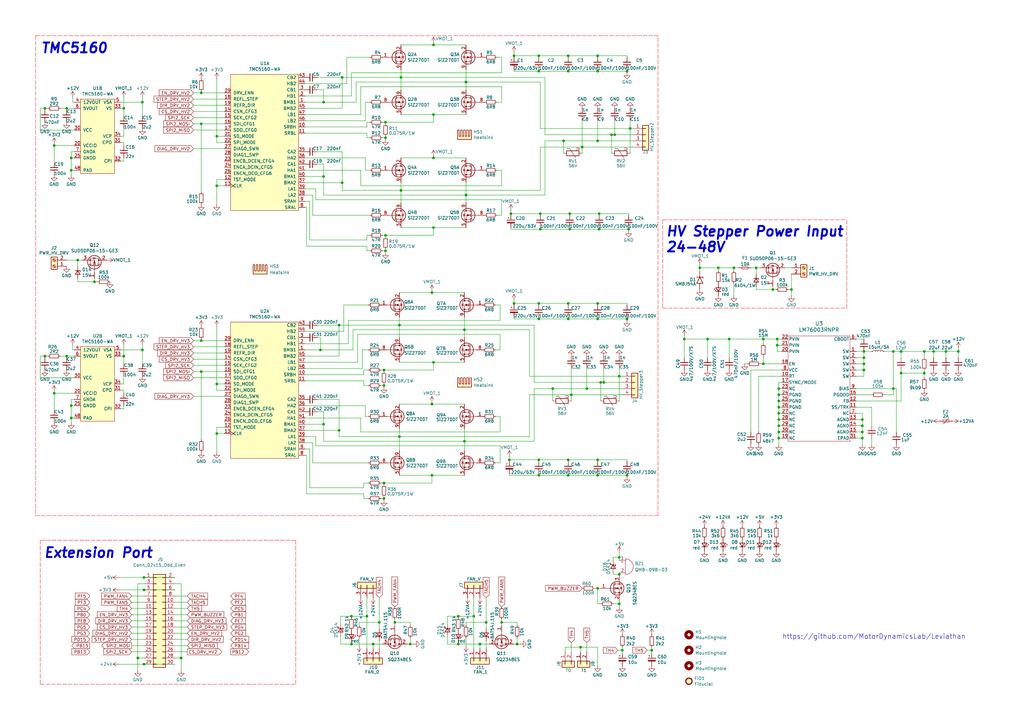
<source format=kicad_sch>
(kicad_sch (version 20250114) (generator "eeschema") (generator_version "9.0")
  (paper "A3")
  (title_block (title "Leviathan Mainboard") (date "2023-11-28") (rev "1.2") (company "Voron") (comment 1 "JNP"))
  (text "Extension Port" (at 17.78 229.235 0) (effects (font (size 4 4) (thickness 0.8) (bold yes) (italic yes)) (justify left bottom)))
  (text "HV Stepper Power Input\n24-48V" (at 272.923 103.886 0) (effects (font (size 4 4) (bold yes) (italic yes)) (justify left bottom)))
  (text "https://github.com/MotorDynamicsLab/Leviathan" (at 320.802 262.382 0) (effects (font (size 2 2)) (justify left bottom)))
  (text "TMC5160" (at 16.51 22.225 0) (effects (font (size 4 4) (bold yes) (italic yes)) (justify left bottom)))
  (junction (at 155.575 255.27))
  (junction (at 245.11 57.785))
  (junction (at 233.68 87.63))
  (junction (at 191.135 80.01))
  (junction (at 220.98 124.46))
  (junction (at 254 228.6))
  (junction (at 318.77 139.065))
  (junction (at 233.045 124.46))
  (junction (at 221.615 87.63))
  (junction (at 310.134 109.855))
  (junction (at 354.33 146.685))
  (junction (at 210.82 22.86))
  (junction (at 233.045 188.595))
  (junction (at 245.11 29.21))
  (junction (at 131.445 143.51))
  (junction (at 393.065 144.145))
  (junction (at 240.665 159.385))
  (junction (at 157.48 158.115))
  (junction (at 158.115 96.52))
  (junction (at 161.925 255.27))
  (junction (at 233.045 22.86))
  (junction (at 226.695 159.385))
  (junction (at 257.175 194.945))
  (junction (at 177.165 194.945))
  (junction (at 324.612 118.745))
  (junction (at 38.735 115.57))
  (junction (at 366.395 159.385))
  (junction (at 318.77 141.605))
  (junction (at 132.715 173.99))
  (junction (at 294.64 109.855))
  (junction (at 254 247.65))
  (junction (at 233.045 130.81))
  (junction (at 369.57 153.035))
  (junction (at 158.115 56.515))
  (junction (at 238.76 60.325))
  (junction (at 29.21 171.45))
  (junction (at 220.98 29.21))
  (junction (at 29.21 166.37))
  (junction (at 233.68 93.98))
  (junction (at 177.165 120.015))
  (junction (at 245.11 241.3))
  (junction (at 287.02 109.855))
  (junction (at 220.98 130.81))
  (junction (at 177.8 93.345))
  (junction (at 29.21 64.77))
  (junction (at 177.165 165.735))
  (junction (at 212.09 264.16))
  (junction (at 59.055 272.415))
  (junction (at 245.11 130.81))
  (junction (at 316.992 118.745))
  (junction (at 187.96 264.16))
  (junction (at 221.615 93.98))
  (junction (at 88.9 157.48))
  (junction (at 177.8 64.77))
  (junction (at 199.39 255.27))
  (junction (at 132.715 72.39))
  (junction (at 245.11 124.46))
  (junction (at 354.33 144.145))
  (junction (at 382.905 144.145))
  (junction (at 231.14 57.785))
  (junction (at 158.115 102.87))
  (junction (at 168.275 264.16))
  (junction (at 82.55 139.7))
  (junction (at 59.055 236.855))
  (junction (at 18.415 146.05))
  (junction (at 353.695 177.165))
  (junction (at 257.175 29.21))
  (junction (at 233.045 194.945))
  (junction (at 366.395 144.145))
  (junction (at 50.8 44.45))
  (junction (at 299.085 139.065))
  (junction (at 194.31 252.73))
  (junction (at 209.55 87.63))
  (junction (at 319.405 174.625))
  (junction (at 153.035 264.16))
  (junction (at 353.695 174.625))
  (junction (at 140.335 31.75))
  (junction (at 290.195 139.065))
  (junction (at 258.445 52.705))
  (junction (at 245.745 93.98))
  (junction (at 82.55 38.1))
  (junction (at 27.305 44.45))
  (junction (at 22.225 59.69))
  (junction (at 379.095 144.145))
  (junction (at 157.48 151.765))
  (junction (at 354.33 149.225))
  (junction (at 319.405 167.005))
  (junction (at 245.11 188.595))
  (junction (at 139.065 176.53))
  (junction (at 257.81 93.98))
  (junction (at 163.83 133.35))
  (junction (at 58.42 41.91))
  (junction (at 74.295 269.875))
  (junction (at 247.65 156.845))
  (junction (at 29.21 69.85))
  (junction (at 164.465 78.105))
  (junction (at 210.82 124.46))
  (junction (at 164.465 31.75))
  (junction (at 59.055 241.935))
  (junction (at 157.48 198.12))
  (junction (at 88.9 177.8))
  (junction (at 88.9 55.88))
  (junction (at 255.27 266.7))
  (junction (at 82.55 152.4))
  (junction (at 379.095 153.035))
  (junction (at 353.695 172.085))
  (junction (at 144.145 264.16))
  (junction (at 233.045 29.21))
  (junction (at 190.5 135.255))
  (junction (at 50.8 146.05))
  (junction (at 88.9 76.2))
  (junction (at 22.225 161.29))
  (junction (at 150.495 252.73))
  (junction (at 254 235.585))
  (junction (at 140.335 74.93))
  (junction (at 196.85 264.16))
  (junction (at 208.915 188.595))
  (junction (at 190.5 180.975))
  (junction (at 144.145 252.73))
  (junction (at 158.115 50.165))
  (junction (at 319.405 172.085))
  (junction (at 319.405 169.545))
  (junction (at 319.405 164.465))
  (junction (at 31.877 106.68))
  (junction (at 300.99 109.855))
  (junction (at 220.98 22.86))
  (junction (at 252.095 55.245))
  (junction (at 280.67 139.065))
  (junction (at 245.11 22.86))
  (junction (at 27.305 146.05))
  (junction (at 313.055 139.065))
  (junction (at 245.11 194.945))
  (junction (at 246.38 156.845))
  (junction (at 267.335 266.7))
  (junction (at 177.8 46.99))
  (junction (at 319.405 179.705))
  (junction (at 245.745 87.63))
  (junction (at 257.175 130.81))
  (junction (at 18.415 44.45))
  (junction (at 220.98 194.945))
  (junction (at 319.405 161.925))
  (junction (at 177.8 148.59))
  (junction (at 56.515 269.875))
  (junction (at 191.135 33.655))
  (junction (at 157.48 204.47))
  (junction (at 58.42 143.51))
  (junction (at 353.695 179.705))
  (junction (at 354.33 151.765))
  (junction (at 139.065 133.35))
  (junction (at 313.055 149.225))
  (junction (at 319.405 177.165))
  (junction (at 220.98 188.595))
  (junction (at 205.74 255.27))
  (junction (at 238.125 265.43))
  (junction (at 254 154.305))
  (junction (at 177.8 18.415))
  (junction (at 163.83 179.07))
  (junction (at 369.57 144.145))
  (junction (at 82.55 50.8))
  (junction (at 234.315 161.925))
  (junction (at 132.715 41.91))
  (junction (at 387.985 144.145))
  (junction (at 319.405 159.385))
  (junction (at 187.96 252.73))
  (junction (at 250.825 55.245))
  (wire (pts (xy 311.15 154.305) (xy 311.15 177.165)))
  (wire (pts (xy 257.175 188.595) (xy 245.11 188.595)))
  (wire (pts (xy 132.715 72.39) (xy 132.715 80.01)))
  (wire (pts (xy 22.225 161.29) (xy 22.225 160.655)))
  (wire (pts (xy 319.405 177.165) (xy 319.405 179.705)))
  (wire (pts (xy 219.075 159.385) (xy 226.695 159.385)))
  (wire (pts (xy 82.55 38.1) (xy 92.075 38.1)))
  (wire (pts (xy 245.11 189.23) (xy 245.11 188.595)))
  (wire (pts (xy 29.845 40.005) (xy 29.845 41.91)))
  (wire (pts (xy 82.55 50.8) (xy 92.075 50.8)))
  (wire (pts (xy 16.51 53.34) (xy 16.51 44.45)))
  (wire (pts (xy 139.7 260.985) (xy 139.7 264.16)))
  (wire (pts (xy 217.17 135.255) (xy 217.17 154.305)))
  (wire (pts (xy 82.55 139.7) (xy 92.075 139.7)))
  (wire (pts (xy 177.8 46.99) (xy 191.135 46.99)))
  (wire (pts (xy 191.135 255.27) (xy 199.39 255.27)))
  (wire (pts (xy 156.21 198.12) (xy 157.48 198.12)))
  (wire (pts (xy 31.877 106.68) (xy 33.655 106.68)))
  (wire (pts (xy 146.685 137.16) (xy 146.685 148.59)))
  (wire (pts (xy 191.135 80.01) (xy 191.135 83.185)))
  (wire (pts (xy 156.845 102.87) (xy 158.115 102.87)))
  (wire (pts (xy 92.075 160.02) (xy 88.9 160.02)))
  (polyline (pts (xy 121.285 221.615) (xy 16.51 221.615)) (stroke (width 0) (type dash) (color 255 0 15 1)))
  (wire (pts (xy 233.045 124.46) (xy 245.11 124.46)))
  (wire (pts (xy 324.612 118.745) (xy 324.612 121.285)))
  (wire (pts (xy 125.095 151.13) (xy 148.59 151.13)))
  (wire (pts (xy 164.465 78.105) (xy 140.335 78.105)))
  (wire (pts (xy 233.045 130.175) (xy 233.045 130.81)))
  (wire (pts (xy 129.54 179.07) (xy 129.54 182.88)))
  (wire (pts (xy 71.755 262.255) (xy 76.835 262.255)))
  (wire (pts (xy 250.825 62.865) (xy 250.825 55.245)))
  (wire (pts (xy 205.105 143.51) (xy 203.2 143.51)))
  (wire (pts (xy 30.48 166.37) (xy 29.21 166.37)))
  (wire (pts (xy 231.14 57.785) (xy 245.11 57.785)))
  (wire (pts (xy 164.465 64.77) (xy 177.8 64.77)))
  (wire (pts (xy 191.135 74.93) (xy 191.135 80.01)))
  (wire (pts (xy 357.505 167.005) (xy 357.505 174.625)))
  (wire (pts (xy 220.98 124.46) (xy 220.98 125.095)))
  (polyline (pts (xy 271.78 90.17) (xy 271.78 126.365)) (stroke (width 0) (type dash) (color 255 0 15 1)))
  (wire (pts (xy 140.335 74.93) (xy 140.335 78.105)))
  (wire (pts (xy 231.775 267.335) (xy 231.775 265.43)))
  (wire (pts (xy 164.465 78.105) (xy 221.615 78.105)))
  (wire (pts (xy 258.445 52.705) (xy 259.715 52.705)))
  (wire (pts (xy 234.315 164.465) (xy 234.315 161.925)))
  (wire (pts (xy 387.985 144.145) (xy 393.065 144.145)))
  (wire (pts (xy 319.405 161.925) (xy 319.405 164.465)))
  (wire (pts (xy 379.095 153.035) (xy 379.095 154.94)))
  (wire (pts (xy 203.835 41.91) (xy 205.74 41.91)))
  (wire (pts (xy 29.21 62.23) (xy 29.21 64.77)))
  (wire (pts (xy 53.975 259.715) (xy 59.055 259.715)))
  (wire (pts (xy 351.155 167.005) (xy 357.505 167.005)))
  (wire (pts (xy 267.335 265.43) (xy 267.335 266.7)))
  (wire (pts (xy 221.615 33.655) (xy 221.615 52.705)))
  (wire (pts (xy 71.755 239.395) (xy 74.295 239.395)))
  (wire (pts (xy 205.74 69.85) (xy 203.835 69.85)))
  (wire (pts (xy 238.76 60.325) (xy 259.715 60.325)))
  (wire (pts (xy 255.27 265.43) (xy 255.27 266.7)))
  (wire (pts (xy 191.135 28.575) (xy 191.135 33.655)))
  (wire (pts (xy 150.495 96.52) (xy 151.765 96.52)))
  (wire (pts (xy 177.8 64.135) (xy 177.8 64.77)))
  (wire (pts (xy 366.395 159.385) (xy 366.395 144.145)))
  (wire (pts (xy 139.065 179.07) (xy 163.83 179.07)))
  (wire (pts (xy 238.76 62.865) (xy 238.76 60.325)))
  (wire (pts (xy 149.225 204.47) (xy 151.13 204.47)))
  (wire (pts (xy 22.225 59.69) (xy 22.225 59.055)))
  (wire (pts (xy 307.975 151.765) (xy 320.675 151.765)))
  (wire (pts (xy 142.875 131.445) (xy 205.105 131.445)))
  (wire (pts (xy 88.9 177.8) (xy 88.9 175.26)))
  (wire (pts (xy 149.225 158.115) (xy 149.225 156.21)))
  (wire (pts (xy 257.81 88.265) (xy 257.81 87.63)))
  (wire (pts (xy 251.46 234.95) (xy 251.46 235.585)))
  (polyline (pts (xy 16.51 280.67) (xy 121.285 280.67)) (stroke (width 0) (type dash) (color 255 0 15 1)))
  (wire (pts (xy 220.98 194.31) (xy 220.98 194.945)))
  (wire (pts (xy 208.915 194.945) (xy 220.98 194.945)))
  (wire (pts (xy 245.11 241.3) (xy 245.11 247.65)))
  (wire (pts (xy 318.77 141.605) (xy 320.675 141.605)))
  (wire (pts (xy 49.53 44.45) (xy 50.8 44.45)))
  (wire (pts (xy 150.495 252.73) (xy 150.495 266.065)))
  (wire (pts (xy 177.165 120.015) (xy 190.5 120.015)))
  (wire (pts (xy 168.275 261.62) (xy 168.275 264.16)))
  (wire (pts (xy 149.225 158.115) (xy 151.13 158.115)))
  (wire (pts (xy 168.275 264.16) (xy 167.005 264.16)))
  (wire (pts (xy 254 235.585) (xy 254 236.22)))
  (wire (pts (xy 351.155 177.165) (xy 353.695 177.165)))
  (wire (pts (xy 30.48 64.77) (xy 29.21 64.77)))
  (wire (pts (xy 125.095 176.53) (xy 139.065 176.53)))
  (wire (pts (xy 156.21 158.115) (xy 157.48 158.115)))
  (wire (pts (xy 177.8 148.59) (xy 177.8 151.765)))
  (polyline (pts (xy 271.78 90.17) (xy 347.345 90.17)) (stroke (width 0) (type dash) (color 255 0 15 1)))
  (wire (pts (xy 210.82 124.46) (xy 210.82 125.095)))
  (wire (pts (xy 210.82 29.21) (xy 220.98 29.21)))
  (wire (pts (xy 310.134 109.855) (xy 310.134 112.395)))
  (wire (pts (xy 205.105 137.16) (xy 146.685 137.16)))
  (wire (pts (xy 351.155 149.225) (xy 354.33 149.225)))
  (wire (pts (xy 71.755 249.555) (xy 76.835 249.555)))
  (wire (pts (xy 220.98 124.46) (xy 233.045 124.46)))
  (wire (pts (xy 205.105 189.865) (xy 203.2 189.865)))
  (wire (pts (xy 210.82 130.175) (xy 210.82 130.81)))
  (wire (pts (xy 367.665 159.385) (xy 366.395 159.385)))
  (wire (pts (xy 190.5 135.255) (xy 217.17 135.255)))
  (wire (pts (xy 125.095 143.51) (xy 131.445 143.51)))
  (wire (pts (xy 140.97 125.095) (xy 151.13 125.095)))
  (wire (pts (xy 125.095 34.29) (xy 142.24 34.29)))
  (wire (pts (xy 127 82.55) (xy 127 98.425)))
  (wire (pts (xy 220.98 22.86) (xy 233.045 22.86)))
  (wire (pts (xy 251.46 228.6) (xy 254 228.6)))
  (wire (pts (xy 196.85 266.065) (xy 196.85 264.16)))
  (wire (pts (xy 125.095 39.37) (xy 144.145 39.37)))
  (wire (pts (xy 257.81 87.63) (xy 245.745 87.63)))
  (wire (pts (xy 79.375 162.56) (xy 92.075 162.56)))
  (wire (pts (xy 191.135 80.01) (xy 223.52 80.01)))
  (wire (pts (xy 88.9 83.82) (xy 88.9 76.2)))
  (wire (pts (xy 163.83 138.43) (xy 163.83 133.35)))
  (wire (pts (xy 245.11 247.65) (xy 246.38 247.65)))
  (wire (pts (xy 164.465 18.415) (xy 177.8 18.415)))
  (wire (pts (xy 50.8 141.605) (xy 50.8 146.05)))
  (wire (pts (xy 92.075 175.26) (xy 88.9 175.26)))
  (wire (pts (xy 31.877 106.68) (xy 31.877 109.22)))
  (wire (pts (xy 319.405 164.465) (xy 320.675 164.465)))
  (wire (pts (xy 280.67 139.065) (xy 290.195 139.065)))
  (wire (pts (xy 49.53 146.05) (xy 50.8 146.05)))
  (wire (pts (xy 379.095 146.685) (xy 379.095 144.145)))
  (wire (pts (xy 149.86 69.85) (xy 151.765 69.85)))
  (wire (pts (xy 221.615 78.105) (xy 221.615 60.325)))
  (wire (pts (xy 257.175 130.175) (xy 257.175 130.81)))
  (wire (pts (xy 53.975 264.795) (xy 59.055 264.795)))
  (wire (pts (xy 147.955 171.45) (xy 147.955 177.165)))
  (wire (pts (xy 125.095 179.07) (xy 129.54 179.07)))
  (wire (pts (xy 139.065 133.35) (xy 163.83 133.35)))
  (wire (pts (xy 18.415 146.685) (xy 18.415 146.05)))
  (wire (pts (xy 49.53 41.91) (xy 58.42 41.91)))
  (wire (pts (xy 71.755 259.715) (xy 76.835 259.715)))
  (wire (pts (xy 220.98 188.595) (xy 208.915 188.595)))
  (wire (pts (xy 58.42 143.51) (xy 58.42 149.225)))
  (wire (pts (xy 220.98 130.175) (xy 220.98 130.81)))
  (wire (pts (xy 251.46 235.585) (xy 254 235.585)))
  (wire (pts (xy 320.675 154.305) (xy 311.15 154.305)))
  (wire (pts (xy 50.8 52.705) (xy 50.8 55.88)))
  (wire (pts (xy 92.075 73.66) (xy 88.9 73.66)))
  (wire (pts (xy 379.095 151.765) (xy 379.095 153.035)))
  (wire (pts (xy 71.755 244.475) (xy 76.835 244.475)))
  (wire (pts (xy 163.83 179.07) (xy 163.83 184.785)))
  (wire (pts (xy 221.615 93.345) (xy 221.615 93.98)))
  (wire (pts (xy 254 228.6) (xy 254 229.87)))
  (wire (pts (xy 140.335 31.75) (xy 140.335 44.45)))
  (polyline (pts (xy 14.605 14.605) (xy 14.605 211.455)) (stroke (width 0) (type dash) (color 255 0 15 1)))
  (wire (pts (xy 125.095 186.69) (xy 125.73 186.69)))
  (wire (pts (xy 144.145 253.365) (xy 144.145 252.73)))
  (wire (pts (xy 252.095 49.53) (xy 252.095 55.245)))
  (wire (pts (xy 382.905 144.145) (xy 382.905 146.685)))
  (wire (pts (xy 125.095 135.89) (xy 140.97 135.89)))
  (wire (pts (xy 150.495 54.61) (xy 150.495 56.515)))
  (wire (pts (xy 30.48 53.34) (xy 16.51 53.34)))
  (wire (pts (xy 79.375 40.64) (xy 92.075 40.64)))
  (wire (pts (xy 146.05 33.655) (xy 146.05 41.91)))
  (wire (pts (xy 88.9 58.42) (xy 88.9 55.88)))
  (wire (pts (xy 233.045 194.31) (xy 233.045 194.945)))
  (wire (pts (xy 156.845 56.515) (xy 158.115 56.515)))
  (wire (pts (xy 245.11 29.21) (xy 257.175 29.21)))
  (wire (pts (xy 50.8 146.05) (xy 50.8 149.225)))
  (wire (pts (xy 140.335 31.75) (xy 164.465 31.75)))
  (wire (pts (xy 59.055 239.395) (xy 56.515 239.395)))
  (wire (pts (xy 153.035 264.16) (xy 156.845 264.16)))
  (wire (pts (xy 157.48 203.835) (xy 157.48 204.47)))
  (wire (pts (xy 219.075 133.35) (xy 219.075 156.845)))
  (wire (pts (xy 163.83 179.07) (xy 217.17 179.07)))
  (wire (pts (xy 205.74 76.2) (xy 147.955 76.2)))
  (wire (pts (xy 149.86 170.815) (xy 151.13 170.815)))
  (wire (pts (xy 267.335 266.7) (xy 267.335 267.97)))
  (wire (pts (xy 125.095 156.21) (xy 149.225 156.21)))
  (wire (pts (xy 354.33 149.225) (xy 354.33 146.685)))
  (wire (pts (xy 131.445 138.43) (xy 131.445 143.51)))
  (wire (pts (xy 205.105 125.095) (xy 203.2 125.095)))
  (wire (pts (xy 217.17 161.925) (xy 234.315 161.925)))
  (wire (pts (xy 163.83 133.35) (xy 219.075 133.35)))
  (wire (pts (xy 168.275 255.27) (xy 168.275 256.54)))
  (wire (pts (xy 156.845 96.52) (xy 158.115 96.52)))
  (wire (pts (xy 238.76 49.53) (xy 238.76 60.325)))
  (wire (pts (xy 30.48 62.23) (xy 29.21 62.23)))
  (wire (pts (xy 150.495 98.425) (xy 150.495 96.52)))
  (wire (pts (xy 132.715 41.91) (xy 146.05 41.91)))
  (wire (pts (xy 233.045 28.575) (xy 233.045 29.21)))
  (wire (pts (xy 366.395 144.145) (xy 369.57 144.145)))
  (wire (pts (xy 139.7 264.16) (xy 144.145 264.16)))
  (wire (pts (xy 351.155 164.465) (xy 369.57 164.465)))
  (wire (pts (xy 49.53 66.04) (xy 50.8 66.04)))
  (wire (pts (xy 82.55 139.065) (xy 82.55 139.7)))
  (wire (pts (xy 79.375 142.24) (xy 92.075 142.24)))
  (wire (pts (xy 131.445 143.51) (xy 144.78 143.51)))
  (wire (pts (xy 353.695 177.165) (xy 353.695 179.705)))
  (wire (pts (xy 231.14 62.865) (xy 231.14 57.785)))
  (wire (pts (xy 393.065 146.685) (xy 393.065 144.145)))
  (wire (pts (xy 139.065 179.07) (xy 139.065 176.53)))
  (wire (pts (xy 56.515 269.875) (xy 59.055 269.875)))
  (wire (pts (xy 27.305 106.68) (xy 31.877 106.68)))
  (wire (pts (xy 217.17 154.305) (xy 254 154.305)))
  (wire (pts (xy 318.262 118.745) (xy 316.992 118.745)))
  (wire (pts (xy 127 98.425) (xy 150.495 98.425)))
  (wire (pts (xy 190.5 180.975) (xy 190.5 184.785)))
  (wire (pts (xy 258.445 62.865) (xy 258.445 52.705)))
  (wire (pts (xy 38.735 115.57) (xy 38.735 114.3)))
  (wire (pts (xy 257.175 130.81) (xy 257.175 131.445)))
  (wire (pts (xy 82.55 50.8) (xy 82.55 78.74)))
  (wire (pts (xy 74.295 269.875) (xy 74.295 274.955)))
  (wire (pts (xy 16.51 146.05) (xy 18.415 146.05)))
  (wire (pts (xy 161.925 255.27) (xy 168.275 255.27)))
  (wire (pts (xy 245.745 93.98) (xy 257.81 93.98)))
  (wire (pts (xy 74.295 239.395) (xy 74.295 269.875)))
  (wire (pts (xy 319.405 169.545) (xy 319.405 172.085)))
  (wire (pts (xy 129.54 77.47) (xy 129.54 81.915)))
  (wire (pts (xy 187.96 264.16) (xy 196.85 264.16)))
  (wire (pts (xy 220.98 194.945) (xy 233.045 194.945)))
  (wire (pts (xy 158.115 102.87) (xy 158.115 103.505)))
  (wire (pts (xy 190.5 130.175) (xy 190.5 135.255)))
  (wire (pts (xy 212.09 264.16) (xy 210.82 264.16)))
  (wire (pts (xy 58.42 40.005) (xy 58.42 41.91)))
  (wire (pts (xy 128.27 189.865) (xy 151.13 189.865)))
  (wire (pts (xy 245.11 124.46) (xy 245.11 125.095)))
  (wire (pts (xy 149.225 202.565) (xy 149.225 204.47)))
  (wire (pts (xy 147.32 264.795) (xy 147.32 261.62)))
  (wire (pts (xy 53.975 254.635) (xy 59.055 254.635)))
  (wire (pts (xy 125.095 52.07) (xy 150.495 52.07)))
  (wire (pts (xy 205.74 76.2) (xy 205.74 69.85)))
  (wire (pts (xy 164.465 93.345) (xy 177.8 93.345)))
  (wire (pts (xy 258.445 49.53) (xy 258.445 52.705)))
  (wire (pts (xy 30.48 154.94) (xy 16.51 154.94)))
  (wire (pts (xy 254 247.65) (xy 254 246.38)))
  (wire (pts (xy 210.82 22.86) (xy 210.82 23.495)))
  (wire (pts (xy 125.095 64.77) (xy 149.86 64.77)))
  (wire (pts (xy 150.495 100.965) (xy 150.495 102.87)))
  (wire (pts (xy 205.105 177.165) (xy 205.105 170.815)))
  (wire (pts (xy 157.48 198.755) (xy 157.48 198.12)))
  (wire (pts (xy 139.065 133.35) (xy 139.065 146.05)))
  (wire (pts (xy 148.59 143.51) (xy 151.13 143.51)))
  (wire (pts (xy 50.8 40.005) (xy 50.8 44.45)))
  (wire (pts (xy 351.155 144.145) (xy 354.33 144.145)))
  (wire (pts (xy 125.095 77.47) (xy 129.54 77.47)))
  (wire (pts (xy 379.095 144.145) (xy 369.57 144.145)))
  (wire (pts (xy 150.495 56.515) (xy 151.765 56.515)))
  (wire (pts (xy 318.77 139.065) (xy 320.675 139.065)))
  (wire (pts (xy 199.39 262.89) (xy 199.39 266.065)))
  (wire (pts (xy 88.9 55.88) (xy 88.9 32.385)))
  (wire (pts (xy 71.755 267.335) (xy 76.835 267.335)))
  (wire (pts (xy 233.045 124.46) (xy 233.045 125.095)))
  (wire (pts (xy 257.81 93.98) (xy 257.81 94.615)))
  (wire (pts (xy 245.11 22.86) (xy 257.175 22.86)))
  (wire (pts (xy 88.9 185.42) (xy 88.9 177.8)))
  (wire (pts (xy 29.21 163.83) (xy 29.21 166.37)))
  (wire (pts (xy 30.48 146.05) (xy 27.305 146.05)))
  (wire (pts (xy 220.98 29.21) (xy 233.045 29.21)))
  (wire (pts (xy 130.175 133.35) (xy 139.065 133.35)))
  (wire (pts (xy 155.575 262.89) (xy 155.575 266.065)))
  (wire (pts (xy 92.075 55.88) (xy 88.9 55.88)))
  (wire (pts (xy 31.877 115.57) (xy 38.735 115.57)))
  (wire (pts (xy 238.125 267.335) (xy 238.125 265.43)))
  (wire (pts (xy 79.375 152.4) (xy 82.55 152.4)))
  (wire (pts (xy 245.745 93.345) (xy 245.745 93.98)))
  (wire (pts (xy 147.955 69.85) (xy 147.955 76.2)))
  (wire (pts (xy 243.84 241.3) (xy 245.11 241.3)))
  (wire (pts (xy 323.342 118.745) (xy 324.612 118.745)))
  (wire (pts (xy 29.21 166.37) (xy 29.21 171.45)))
  (wire (pts (xy 210.82 22.86) (xy 220.98 22.86)))
  (wire (pts (xy 187.96 253.365) (xy 187.96 252.73)))
  (wire (pts (xy 183.515 260.985) (xy 183.515 264.16)))
  (wire (pts (xy 49.53 58.42) (xy 50.8 58.42)))
  (wire (pts (xy 233.68 88.265) (xy 233.68 87.63)))
  (wire (pts (xy 158.115 97.155) (xy 158.115 96.52)))
  (wire (pts (xy 223.52 31.75) (xy 223.52 55.245)))
  (wire (pts (xy 144.78 135.255) (xy 144.78 143.51)))
  (wire (pts (xy 163.83 120.015) (xy 177.165 120.015)))
  (wire (pts (xy 205.74 35.56) (xy 147.955 35.56)))
  (wire (pts (xy 88.9 73.66) (xy 88.9 76.2)))
  (wire (pts (xy 125.095 74.93) (xy 140.335 74.93)))
  (wire (pts (xy 79.375 144.78) (xy 92.075 144.78)))
  (wire (pts (xy 29.21 69.85) (xy 29.21 71.755)))
  (wire (pts (xy 313.055 139.065) (xy 318.77 139.065)))
  (wire (pts (xy 164.465 46.99) (xy 177.8 46.99)))
  (wire (pts (xy 203.835 88.265) (xy 205.74 88.265)))
  (wire (pts (xy 382.905 144.145) (xy 387.985 144.145)))
  (wire (pts (xy 205.74 256.54) (xy 205.74 255.27)))
  (wire (pts (xy 191.135 33.655) (xy 221.615 33.655)))
  (wire (pts (xy 177.8 96.52) (xy 177.8 93.345)))
  (polyline (pts (xy 347.345 126.365) (xy 347.345 90.17)) (stroke (width 0) (type dash) (color 255 0 15 1)))
  (wire (pts (xy 209.55 86.36) (xy 209.55 87.63)))
  (wire (pts (xy 125.095 69.85) (xy 147.955 69.85)))
  (wire (pts (xy 351.155 159.385) (xy 366.395 159.385)))
  (wire (pts (xy 246.38 156.845) (xy 247.65 156.845)))
  (wire (pts (xy 48.895 272.415) (xy 59.055 272.415)))
  (wire (pts (xy 233.045 22.86) (xy 245.11 22.86)))
  (wire (pts (xy 82.55 152.4) (xy 92.075 152.4)))
  (wire (pts (xy 319.405 167.005) (xy 319.405 169.545)))
  (wire (pts (xy 226.695 159.385) (xy 240.665 159.385)))
  (wire (pts (xy 254 164.465) (xy 254 154.305)))
  (wire (pts (xy 366.395 161.925) (xy 366.395 159.385)))
  (wire (pts (xy 257.175 28.575) (xy 257.175 29.21)))
  (wire (pts (xy 318.77 144.145) (xy 318.77 141.605)))
  (wire (pts (xy 53.975 257.175) (xy 59.055 257.175)))
  (wire (pts (xy 50.8 66.04) (xy 50.8 64.77)))
  (wire (pts (xy 125.095 54.61) (xy 150.495 54.61)))
  (wire (pts (xy 79.375 48.26) (xy 92.075 48.26)))
  (wire (pts (xy 310.134 109.855) (xy 311.912 109.855)))
  (wire (pts (xy 128.27 88.265) (xy 128.27 80.01)))
  (wire (pts (xy 257.175 194.945) (xy 257.175 195.58)))
  (wire (pts (xy 161.925 256.54) (xy 161.925 255.27)))
  (wire (pts (xy 246.38 241.3) (xy 245.11 241.3)))
  (wire (pts (xy 53.975 244.475) (xy 59.055 244.475)))
  (wire (pts (xy 205.105 170.815) (xy 203.2 170.815)))
  (wire (pts (xy 319.405 174.625) (xy 319.405 177.165)))
  (wire (pts (xy 149.86 166.37) (xy 149.86 170.815)))
  (wire (pts (xy 250.825 55.245) (xy 252.095 55.245)))
  (wire (pts (xy 149.225 200.025) (xy 149.225 198.12)))
  (wire (pts (xy 157.48 152.4) (xy 157.48 151.765)))
  (wire (pts (xy 319.405 172.085) (xy 319.405 174.625)))
  (wire (pts (xy 187.96 263.525) (xy 187.96 264.16)))
  (wire (pts (xy 369.57 144.145) (xy 369.57 146.685)))
  (wire (pts (xy 369.57 151.765) (xy 369.57 153.035)))
  (wire (pts (xy 234.315 151.13) (xy 234.315 161.925)))
  (wire (pts (xy 82.55 37.465) (xy 82.55 38.1)))
  (wire (pts (xy 226.695 164.465) (xy 226.695 159.385)))
  (wire (pts (xy 30.48 59.69) (xy 22.225 59.69)))
  (wire (pts (xy 53.975 249.555) (xy 59.055 249.555)))
  (wire (pts (xy 369.57 164.465) (xy 369.57 153.035)))
  (wire (pts (xy 208.915 188.595) (xy 208.915 189.23)))
  (wire (pts (xy 27.305 146.05) (xy 24.765 146.05)))
  (wire (pts (xy 379.095 144.145) (xy 382.905 144.145)))
  (wire (pts (xy 158.115 50.165) (xy 177.8 50.165)))
  (wire (pts (xy 30.48 143.51) (xy 29.845 143.51)))
  (wire (pts (xy 48.895 236.855) (xy 59.055 236.855)))
  (wire (pts (xy 125.73 186.69) (xy 125.73 202.565)))
  (wire (pts (xy 209.55 93.345) (xy 209.55 93.98)))
  (wire (pts (xy 245.11 57.785) (xy 259.715 57.785)))
  (wire (pts (xy 163.83 165.735) (xy 177.165 165.735)))
  (wire (pts (xy 147.32 255.27) (xy 155.575 255.27)))
  (wire (pts (xy 305.435 149.225) (xy 306.705 149.225)))
  (wire (pts (xy 240.665 151.13) (xy 240.665 159.385)))
  (wire (pts (xy 191.135 256.54) (xy 191.135 255.27)))
  (wire (pts (xy 387.985 144.145) (xy 387.985 146.685)))
  (wire (pts (xy 223.52 57.785) (xy 231.14 57.785)))
  (wire (pts (xy 221.615 88.265) (xy 221.615 87.63)))
  (wire (pts (xy 82.55 38.1) (xy 79.375 38.1)))
  (wire (pts (xy 367.665 177.165) (xy 367.665 159.385)))
  (wire (pts (xy 205.74 23.495) (xy 203.835 23.495)))
  (wire (pts (xy 322.072 109.855) (xy 324.612 109.855)))
  (wire (pts (xy 18.415 44.45) (xy 19.685 44.45)))
  (wire (pts (xy 354.33 154.305) (xy 354.33 151.765)))
  (wire (pts (xy 79.375 147.32) (xy 92.075 147.32)))
  (wire (pts (xy 251.46 229.87) (xy 251.46 228.6)))
  (wire (pts (xy 155.575 255.27) (xy 155.575 257.81)))
  (wire (pts (xy 313.055 139.065) (xy 313.055 140.97)))
  (wire (pts (xy 79.375 154.94) (xy 92.075 154.94)))
  (wire (pts (xy 190.5 180.975) (xy 132.715 180.975)))
  (wire (pts (xy 245.11 194.31) (xy 245.11 194.945)))
  (wire (pts (xy 149.225 151.765) (xy 149.225 153.67)))
  (wire (pts (xy 148.59 143.51) (xy 148.59 151.13)))
  (wire (pts (xy 142.24 23.495) (xy 142.24 34.29)))
  (wire (pts (xy 307.975 151.765) (xy 307.975 177.165)))
  (wire (pts (xy 79.375 60.96) (xy 92.075 60.96)))
  (wire (pts (xy 213.36 264.16) (xy 212.09 264.16)))
  (wire (pts (xy 210.82 21.59) (xy 210.82 22.86)))
  (wire (pts (xy 177.165 165.735) (xy 190.5 165.735)))
  (wire (pts (xy 219.075 180.975) (xy 219.075 159.385)))
  (wire (pts (xy 234.315 263.525) (xy 234.315 267.335)))
  (polyline (pts (xy 14.605 211.455) (xy 269.875 211.455)) (stroke (width 0) (type dash) (color 255 0 15 1)))
  (wire (pts (xy 245.11 188.595) (xy 233.045 188.595)))
  (wire (pts (xy 254 226.695) (xy 254 228.6)))
  (wire (pts (xy 139.065 163.83) (xy 139.065 176.53)))
  (wire (pts (xy 156.845 50.165) (xy 158.115 50.165)))
  (wire (pts (xy 50.8 157.48) (xy 49.53 157.48)))
  (wire (pts (xy 208.915 194.31) (xy 208.915 194.945)))
  (wire (pts (xy 79.375 53.34) (xy 92.075 53.34)))
  (wire (pts (xy 369.57 153.035) (xy 379.095 153.035)))
  (wire (pts (xy 245.11 124.46) (xy 257.175 124.46)))
  (wire (pts (xy 125.095 82.55) (xy 127 82.55)))
  (wire (pts (xy 351.155 169.545) (xy 353.695 169.545)))
  (wire (pts (xy 157.48 198.12) (xy 177.165 198.12)))
  (wire (pts (xy 163.83 148.59) (xy 177.8 148.59)))
  (wire (pts (xy 130.175 163.83) (xy 139.065 163.83)))
  (wire (pts (xy 79.375 43.18) (xy 92.075 43.18)))
  (wire (pts (xy 158.115 96.52) (xy 177.8 96.52)))
  (wire (pts (xy 30.48 161.29) (xy 22.225 161.29)))
  (wire (pts (xy 18.415 146.05) (xy 19.685 146.05)))
  (polyline (pts (xy 121.285 221.615) (xy 121.285 280.67)) (stroke (width 0) (type dash) (color 255 0 15 1)))
  (wire (pts (xy 132.715 80.01) (xy 191.135 80.01)))
  (wire (pts (xy 88.9 157.48) (xy 88.9 133.985)))
  (wire (pts (xy 50.8 58.42) (xy 50.8 59.69)))
  (wire (pts (xy 58.42 41.91) (xy 58.42 47.625)))
  (wire (pts (xy 144.145 264.16) (xy 153.035 264.16)))
  (wire (pts (xy 130.175 67.31) (xy 132.715 67.31)))
  (wire (pts (xy 92.075 76.2) (xy 88.9 76.2)))
  (wire (pts (xy 210.82 124.46) (xy 220.98 124.46)))
  (wire (pts (xy 183.515 252.73) (xy 187.96 252.73)))
  (wire (pts (xy 351.155 151.765) (xy 354.33 151.765)))
  (wire (pts (xy 22.225 59.69) (xy 22.225 66.675)))
  (wire (pts (xy 319.405 177.165) (xy 320.675 177.165)))
  (wire (pts (xy 353.695 182.245) (xy 353.695 179.705)))
  (wire (pts (xy 351.155 146.685) (xy 354.33 146.685)))
  (wire (pts (xy 320.675 159.385) (xy 319.405 159.385)))
  (wire (pts (xy 59.055 236.855) (xy 71.755 236.855)))
  (wire (pts (xy 209.55 93.98) (xy 221.615 93.98)))
  (wire (pts (xy 153.035 266.065) (xy 153.035 264.16)))
  (wire (pts (xy 130.175 36.83) (xy 132.715 36.83)))
  (wire (pts (xy 354.33 151.765) (xy 354.33 149.225)))
  (wire (pts (xy 287.02 109.855) (xy 287.02 111.125)))
  (wire (pts (xy 59.055 272.415) (xy 71.755 272.415)))
  (wire (pts (xy 319.405 159.385) (xy 319.405 161.925)))
  (wire (pts (xy 319.405 179.705) (xy 319.405 182.245)))
  (wire (pts (xy 142.875 131.445) (xy 142.875 140.97)))
  (wire (pts (xy 30.48 41.91) (xy 29.845 41.91)))
  (wire (pts (xy 53.975 252.095) (xy 59.055 252.095)))
  (wire (pts (xy 240.665 159.385) (xy 255.27 159.385)))
  (wire (pts (xy 125.095 49.53) (xy 149.86 49.53)))
  (wire (pts (xy 238.125 265.43) (xy 245.11 265.43)))
  (wire (pts (xy 71.755 264.795) (xy 76.835 264.795)))
  (wire (pts (xy 71.755 257.175) (xy 76.835 257.175)))
  (wire (pts (xy 132.715 180.975) (xy 132.715 173.99)))
  (wire (pts (xy 190.5 135.255) (xy 144.78 135.255)))
  (wire (pts (xy 353.695 174.625) (xy 353.695 177.165)))
  (wire (pts (xy 164.465 31.75) (xy 223.52 31.75)))
  (wire (pts (xy 212.09 255.27) (xy 212.09 256.54)))
  (wire (pts (xy 16.51 154.94) (xy 16.51 146.05)))
  (wire (pts (xy 158.115 55.88) (xy 158.115 56.515)))
  (wire (pts (xy 149.86 49.53) (xy 149.86 41.91)))
  (wire (pts (xy 157.48 204.47) (xy 157.48 205.105)))
  (polyline (pts (xy 271.78 126.365) (xy 347.345 126.365)) (stroke (width 0) (type dash) (color 255 0 15 1)))
  (wire (pts (xy 53.975 267.335) (xy 59.055 267.335)))
  (wire (pts (xy 18.415 45.085) (xy 18.415 44.45)))
  (wire (pts (xy 324.612 112.395) (xy 324.612 118.745)))
  (wire (pts (xy 157.48 151.765) (xy 177.8 151.765)))
  (wire (pts (xy 320.675 156.845) (xy 319.405 156.845)))
  (wire (pts (xy 125.095 171.45) (xy 147.955 171.45)))
  (wire (pts (xy 177.165 119.38) (xy 177.165 120.015)))
  (wire (pts (xy 29.21 171.45) (xy 29.21 173.355)))
  (wire (pts (xy 190.5 180.975) (xy 219.075 180.975)))
  (wire (pts (xy 299.085 139.065) (xy 313.055 139.065)))
  (wire (pts (xy 319.405 169.545) (xy 320.675 169.545)))
  (wire (pts (xy 280.67 137.795) (xy 280.67 139.065)))
  (wire (pts (xy 251.46 247.65) (xy 254 247.65)))
  (wire (pts (xy 125.73 100.965) (xy 150.495 100.965)))
  (wire (pts (xy 209.55 87.63) (xy 209.55 88.265)))
  (wire (pts (xy 233.045 130.81) (xy 245.11 130.81)))
  (wire (pts (xy 310.134 118.745) (xy 316.992 118.745)))
  (wire (pts (xy 147.32 256.54) (xy 147.32 255.27)))
  (wire (pts (xy 233.045 188.595) (xy 220.98 188.595)))
  (wire (pts (xy 245.11 194.945) (xy 257.175 194.945)))
  (wire (pts (xy 210.82 130.81) (xy 220.98 130.81)))
  (wire (pts (xy 125.73 202.565) (xy 149.225 202.565)))
  (wire (pts (xy 313.055 149.225) (xy 320.675 149.225)))
  (wire (pts (xy 125.095 173.99) (xy 132.715 173.99)))
  (wire (pts (xy 221.615 93.98) (xy 233.68 93.98)))
  (wire (pts (xy 290.195 139.065) (xy 299.085 139.065)))
  (wire (pts (xy 247.65 156.845) (xy 255.27 156.845)))
  (wire (pts (xy 265.43 266.7) (xy 267.335 266.7)))
  (wire (pts (xy 158.115 56.515) (xy 158.115 57.15)))
  (wire (pts (xy 49.53 160.02) (xy 50.8 160.02)))
  (wire (pts (xy 233.68 87.63) (xy 221.615 87.63)))
  (wire (pts (xy 125.095 184.15) (xy 127 184.15)))
  (wire (pts (xy 130.175 31.75) (xy 140.335 31.75)))
  (wire (pts (xy 164.465 28.575) (xy 164.465 31.75)))
  (wire (pts (xy 158.115 50.8) (xy 158.115 50.165)))
  (wire (pts (xy 125.73 85.09) (xy 125.73 100.965)))
  (wire (pts (xy 205.74 23.495) (xy 205.74 29.845)))
  (wire (pts (xy 353.695 172.085) (xy 353.695 174.625)))
  (wire (pts (xy 144.145 252.73) (xy 150.495 252.73)))
  (wire (pts (xy 351.155 172.085) (xy 353.695 172.085)))
  (polyline (pts (xy 14.605 14.605) (xy 269.875 14.605)) (stroke (width 0) (type dash) (color 255 0 15 1)))
  (wire (pts (xy 150.495 245.11) (xy 150.495 252.73)))
  (wire (pts (xy 319.405 172.085) (xy 320.675 172.085)))
  (wire (pts (xy 128.27 181.61) (xy 125.095 181.61)))
  (wire (pts (xy 125.095 148.59) (xy 146.685 148.59)))
  (wire (pts (xy 205.74 81.915) (xy 129.54 81.915)))
  (wire (pts (xy 318.77 141.605) (xy 318.77 139.065)))
  (wire (pts (xy 287.02 109.855) (xy 294.64 109.855)))
  (wire (pts (xy 130.175 62.23) (xy 140.335 62.23)))
  (wire (pts (xy 221.615 87.63) (xy 209.55 87.63)))
  (wire (pts (xy 357.505 179.705) (xy 357.505 182.245)))
  (wire (pts (xy 223.52 55.245) (xy 250.825 55.245)))
  (wire (pts (xy 205.74 255.27) (xy 212.09 255.27)))
  (wire (pts (xy 59.055 241.935) (xy 71.755 241.935)))
  (wire (pts (xy 139.7 252.73) (xy 144.145 252.73)))
  (wire (pts (xy 351.155 161.925) (xy 357.505 161.925)))
  (wire (pts (xy 127 184.15) (xy 127 200.025)))
  (wire (pts (xy 79.375 45.72) (xy 92.075 45.72)))
  (wire (pts (xy 139.7 255.905) (xy 139.7 252.73)))
  (wire (pts (xy 220.98 189.23) (xy 220.98 188.595)))
  (wire (pts (xy 220.98 28.575) (xy 220.98 29.21)))
  (wire (pts (xy 53.975 262.255) (xy 59.055 262.255)))
  (wire (pts (xy 294.64 109.855) (xy 300.99 109.855)))
  (wire (pts (xy 233.045 194.945) (xy 245.11 194.945)))
  (wire (pts (xy 233.045 22.86) (xy 233.045 23.495)))
  (wire (pts (xy 196.85 264.16) (xy 200.66 264.16)))
  (wire (pts (xy 169.545 264.16) (xy 168.275 264.16)))
  (wire (pts (xy 31.877 114.3) (xy 31.877 115.57)))
  (wire (pts (xy 199.39 255.27) (xy 199.39 257.81)))
  (wire (pts (xy 161.925 254) (xy 161.925 255.27)))
  (wire (pts (xy 210.82 28.575) (xy 210.82 29.21)))
  (wire (pts (xy 245.11 130.81) (xy 257.175 130.81)))
  (wire (pts (xy 156.21 151.765) (xy 157.48 151.765)))
  (wire (pts (xy 150.495 52.07) (xy 150.495 50.165)))
  (wire (pts (xy 88.9 160.02) (xy 88.9 157.48)))
  (wire (pts (xy 125.095 85.09) (xy 125.73 85.09)))
  (wire (pts (xy 132.715 168.91) (xy 132.715 173.99)))
  (wire (pts (xy 163.83 130.175) (xy 163.83 133.35)))
  (wire (pts (xy 177.8 18.415) (xy 191.135 18.415)))
  (wire (pts (xy 245.11 49.53) (xy 245.11 57.785)))
  (wire (pts (xy 144.145 29.845) (xy 205.74 29.845)))
  (wire (pts (xy 199.39 255.27) (xy 199.39 245.11)))
  (wire (pts (xy 50.8 55.88) (xy 49.53 55.88)))
  (wire (pts (xy 40.005 115.57) (xy 38.735 115.57)))
  (wire (pts (xy 313.055 146.05) (xy 313.055 149.225)))
  (wire (pts (xy 164.465 31.75) (xy 164.465 36.83)))
  (wire (pts (xy 50.8 160.02) (xy 50.8 161.29)))
  (wire (pts (xy 27.305 44.45) (xy 24.765 44.45)))
  (wire (pts (xy 290.195 139.065) (xy 290.195 146.685)))
  (wire (pts (xy 316.992 118.745) (xy 316.992 117.475)))
  (wire (pts (xy 125.095 44.45) (xy 140.335 44.45)))
  (wire (pts (xy 234.315 161.925) (xy 255.27 161.925)))
  (wire (pts (xy 125.095 72.39) (xy 132.715 72.39)))
  (wire (pts (xy 255.27 266.7) (xy 255.27 267.97)))
  (wire (pts (xy 50.8 44.45) (xy 50.8 47.625)))
  (wire (pts (xy 30.48 69.85) (xy 29.21 69.85)))
  (wire (pts (xy 29.21 64.77) (xy 29.21 69.85)))
  (wire (pts (xy 257.81 93.345) (xy 257.81 93.98)))
  (wire (pts (xy 247.65 151.13) (xy 247.65 156.845)))
  (wire (pts (xy 128.27 189.865) (xy 128.27 181.61)))
  (polyline (pts (xy 269.875 211.455) (xy 269.875 14.605)) (stroke (width 0) (type dash) (color 255 0 15 1)))
  (wire (pts (xy 48.895 241.935) (xy 59.055 241.935)))
  (wire (pts (xy 79.375 50.8) (xy 82.55 50.8)))
  (wire (pts (xy 319.405 164.465) (xy 319.405 167.005)))
  (wire (pts (xy 125.095 41.91) (xy 132.715 41.91)))
  (wire (pts (xy 246.38 164.465) (xy 246.38 156.845)))
  (wire (pts (xy 205.105 125.095) (xy 205.105 131.445)))
  (wire (pts (xy 208.915 187.325) (xy 208.915 188.595)))
  (wire (pts (xy 147.955 177.165) (xy 205.105 177.165)))
  (wire (pts (xy 155.575 255.27) (xy 155.575 245.11)))
  (wire (pts (xy 205.105 137.16) (xy 205.105 143.51)))
  (wire (pts (xy 308.102 109.855) (xy 310.134 109.855)))
  (wire (pts (xy 71.755 247.015) (xy 76.835 247.015)))
  (wire (pts (xy 353.695 179.705) (xy 351.155 179.705)))
  (wire (pts (xy 82.55 139.7) (xy 79.375 139.7)))
  (wire (pts (xy 221.615 60.325) (xy 238.76 60.325)))
  (wire (pts (xy 56.515 269.875) (xy 56.515 274.955)))
  (wire (pts (xy 190.5 135.255) (xy 190.5 138.43)))
  (wire (pts (xy 231.775 265.43) (xy 238.125 265.43)))
  (wire (pts (xy 254 154.305) (xy 255.27 154.305)))
  (wire (pts (xy 257.175 22.86) (xy 257.175 23.495)))
  (wire (pts (xy 319.405 174.625) (xy 320.675 174.625)))
  (wire (pts (xy 233.68 93.345) (xy 233.68 93.98)))
  (wire (pts (xy 149.225 198.12) (xy 151.13 198.12)))
  (wire (pts (xy 254 234.95) (xy 254 235.585)))
  (wire (pts (xy 150.495 50.165) (xy 151.765 50.165)))
  (wire (pts (xy 191.135 33.655) (xy 191.135 36.83)))
  (wire (pts (xy 30.48 44.45) (xy 27.305 44.45)))
  (wire (pts (xy 125.095 166.37) (xy 149.86 166.37)))
  (wire (pts (xy 30.48 171.45) (xy 29.21 171.45)))
  (wire (pts (xy 191.135 264.795) (xy 191.135 261.62)))
  (wire (pts (xy 252.095 55.245) (xy 259.715 55.245)))
  (wire (pts (xy 311.785 149.225) (xy 313.055 149.225)))
  (wire (pts (xy 319.405 161.925) (xy 320.675 161.925)))
  (wire (pts (xy 142.24 23.495) (xy 151.765 23.495)))
  (wire (pts (xy 71.755 254.635) (xy 76.835 254.635)))
  (wire (pts (xy 205.74 254) (xy 205.74 255.27)))
  (wire (pts (xy 217.17 161.925) (xy 217.17 179.07)))
  (wire (pts (xy 257.175 124.46) (xy 257.175 125.095)))
  (wire (pts (xy 125.095 146.05) (xy 139.065 146.05)))
  (wire (pts (xy 393.065 142.875) (xy 393.065 144.145)))
  (wire (pts (xy 280.67 146.685) (xy 280.67 139.065)))
  (wire (pts (xy 257.175 194.31) (xy 257.175 194.945)))
  (wire (pts (xy 177.8 46.99) (xy 177.8 50.165)))
  (wire (pts (xy 205.105 182.88) (xy 205.105 189.865)))
  (wire (pts (xy 71.755 252.095) (xy 76.835 252.095)))
  (wire (pts (xy 27.305 146.05) (xy 27.305 146.685)))
  (polyline (pts (xy 16.51 221.615) (xy 16.51 280.67)) (stroke (width 0) (type dash) (color 255 0 15 1)))
  (wire (pts (xy 149.86 41.91) (xy 151.765 41.91)))
  (wire (pts (xy 50.8 167.64) (xy 50.8 166.37)))
  (wire (pts (xy 157.48 157.48) (xy 157.48 158.115)))
  (wire (pts (xy 130.175 168.91) (xy 132.715 168.91)))
  (wire (pts (xy 319.405 167.005) (xy 320.675 167.005)))
  (wire (pts (xy 146.05 33.655) (xy 191.135 33.655)))
  (wire (pts (xy 125.095 46.99) (xy 147.955 46.99)))
  (wire (pts (xy 299.085 139.065) (xy 299.085 146.685)))
  (wire (pts (xy 140.335 62.23) (xy 140.335 74.93)))
  (wire (pts (xy 56.515 239.395) (xy 56.515 269.875)))
  (wire (pts (xy 351.155 174.625) (xy 353.695 174.625)))
  (wire (pts (xy 132.715 67.31) (xy 132.715 72.39)))
  (wire (pts (xy 287.02 108.585) (xy 287.02 109.855)))
  (wire (pts (xy 29.845 141.605) (xy 29.845 143.51)))
  (wire (pts (xy 16.51 44.45) (xy 18.415 44.45)))
  (wire (pts (xy 210.82 123.19) (xy 210.82 124.46)))
  (wire (pts (xy 245.11 28.575) (xy 245.11 29.21)))
  (wire (pts (xy 300.99 116.205) (xy 300.99 121.285)))
  (wire (pts (xy 71.755 269.875) (xy 74.295 269.875)))
  (wire (pts (xy 257.175 29.21) (xy 257.175 29.845)))
  (wire (pts (xy 319.405 156.845) (xy 319.405 159.385)))
  (wire (pts (xy 310.134 117.475) (xy 310.134 118.745)))
  (wire (pts (xy 253.365 266.7) (xy 255.27 266.7)))
  (wire (pts (xy 92.075 177.8) (xy 88.9 177.8)))
  (wire (pts (xy 144.145 29.845) (xy 144.145 39.37)))
  (wire (pts (xy 233.68 93.98) (xy 245.745 93.98)))
  (wire (pts (xy 254 248.92) (xy 254 247.65)))
  (wire (pts (xy 220.98 22.86) (xy 220.98 23.495)))
  (wire (pts (xy 223.52 80.01) (xy 223.52 57.785)))
  (wire (pts (xy 157.48 158.115) (xy 157.48 158.75)))
  (wire (pts (xy 194.31 252.73) (xy 194.31 266.065)))
  (wire (pts (xy 125.095 140.97) (xy 142.875 140.97)))
  (wire (pts (xy 177.8 148.59) (xy 190.5 148.59)))
  (wire (pts (xy 205.74 41.91) (xy 205.74 35.56)))
  (wire (pts (xy 245.11 265.43) (xy 245.11 273.05)))
  (wire (pts (xy 58.42 141.605) (xy 58.42 143.51)))
  (wire (pts (xy 190.5 175.895) (xy 190.5 180.975)))
  (wire (pts (xy 132.715 36.83) (xy 132.715 41.91)))
  (wire (pts (xy 354.33 144.145) (xy 357.505 144.145)))
  (wire (pts (xy 221.615 52.705) (xy 258.445 52.705)))
  (wire (pts (xy 177.165 198.12) (xy 177.165 194.945)))
  (wire (pts (xy 129.54 182.88) (xy 205.105 182.88)))
  (wire (pts (xy 354.33 146.685) (xy 354.33 144.145)))
  (wire (pts (xy 92.075 58.42) (xy 88.9 58.42)))
  (wire (pts (xy 362.585 161.925) (xy 366.395 161.925)))
  (wire (pts (xy 183.515 255.905) (xy 183.515 252.73)))
  (wire (pts (xy 219.075 156.845) (xy 246.38 156.845)))
  (wire (pts (xy 254 151.13) (xy 254 154.305)))
  (wire (pts (xy 300.99 109.855) (xy 303.022 109.855)))
  (wire (pts (xy 177.165 194.945) (xy 190.5 194.945)))
  (wire (pts (xy 150.495 102.87) (xy 151.765 102.87)))
  (wire (pts (xy 177.8 64.77) (xy 191.135 64.77)))
  (wire (pts (xy 92.075 157.48) (xy 88.9 157.48)))
  (wire (pts (xy 351.155 139.065) (xy 354.33 139.065)))
  (wire (pts (xy 27.305 44.45) (xy 27.305 45.085)))
  (wire (pts (xy 50.8 154.305) (xy 50.8 157.48)))
  (wire (pts (xy 319.405 179.705) (xy 320.675 179.705)))
  (wire (pts (xy 257.175 189.23) (xy 257.175 188.595)))
  (wire (pts (xy 140.97 125.095) (xy 140.97 135.89)))
  (wire (pts (xy 164.465 78.105) (xy 164.465 83.185)))
  (wire (pts (xy 353.695 169.545) (xy 353.695 172.085)))
  (wire (pts (xy 82.55 152.4) (xy 82.55 180.34)))
  (wire (pts (xy 294.64 109.855) (xy 294.64 111.125)))
  (wire (pts (xy 300.99 109.855) (xy 300.99 111.125)))
  (wire (pts (xy 158.115 102.235) (xy 158.115 102.87)))
  (wire (pts (xy 183.515 264.16) (xy 187.96 264.16)))
  (wire (pts (xy 128.27 88.265) (xy 151.765 88.265)))
  (wire (pts (xy 163.83 175.895) (xy 163.83 179.07)))
  (wire (pts (xy 53.975 247.015) (xy 59.055 247.015)))
  (wire (pts (xy 30.48 163.83) (xy 29.21 163.83)))
  (wire (pts (xy 205.74 88.265) (xy 205.74 81.915)))
  (wire (pts (xy 144.145 263.525) (xy 144.145 264.16)))
  (wire (pts (xy 245.745 87.63) (xy 233.68 87.63)))
  (wire (pts (xy 127 200.025) (xy 149.225 200.025)))
  (wire (pts (xy 147.955 35.56) (xy 147.955 46.99)))
  (wire (pts (xy 233.045 29.21) (xy 245.11 29.21)))
  (wire (pts (xy 177.8 93.345) (xy 191.135 93.345)))
  (wire (pts (xy 220.98 130.81) (xy 233.045 130.81)))
  (wire (pts (xy 245.11 22.86) (xy 245.11 23.495)))
  (wire (pts (xy 130.175 138.43) (xy 131.445 138.43)))
  (wire (pts (xy 149.225 151.765) (xy 151.13 151.765)))
  (wire (pts (xy 149.86 64.77) (xy 149.86 69.85)))
  (wire (pts (xy 320.675 144.145) (xy 318.77 144.145)))
  (wire (pts (xy 351.155 154.305) (xy 354.33 154.305)))
  (wire (pts (xy 240.665 263.525) (xy 240.665 267.335)))
  (wire (pts (xy 366.395 144.145) (xy 362.585 144.145)))
  (wire (pts (xy 49.53 167.64) (xy 50.8 167.64)))
  (wire (pts (xy 79.375 149.86) (xy 92.075 149.86)))
  (wire (pts (xy 177.8 17.78) (xy 177.8 18.415)))
  (wire (pts (xy 194.31 245.11) (xy 194.31 252.73)))
  (wire (pts (xy 22.225 161.29) (xy 22.225 168.275)))
  (wire (pts (xy 156.21 204.47) (xy 157.48 204.47)))
  (wire (pts (xy 128.27 80.01) (xy 125.095 80.01)))
  (wire (pts (xy 187.96 252.73) (xy 194.31 252.73)))
  (wire (pts (xy 125.095 153.67) (xy 149.225 153.67)))
  (wire (pts (xy 233.045 189.23) (xy 233.045 188.595)))
  (wire (pts (xy 245.745 88.265) (xy 245.745 87.63)))
  (wire (pts (xy 164.465 74.93) (xy 164.465 78.105)))
  (wire (pts (xy 49.53 143.51) (xy 58.42 143.51)))
  (wire (pts (xy 177.165 165.1) (xy 177.165 165.735)))
  (wire (pts (xy 245.11 130.175) (xy 245.11 130.81)))
  (wire (pts (xy 163.83 194.945) (xy 177.165 194.945)))
  (wire (pts (xy 212.09 261.62) (xy 212.09 264.16)))
  (global_label "TACH5" (shape input) (at 199.39 245.11 90) (property "Intersheetrefs" "${INTERSHEET_REFS}" (effects (hide yes))))
  (global_label "PWM_BUZZER" (shape input) (at 238.76 241.3 180) (property "Intersheetrefs" "${INTERSHEET_REFS}" (effects (hide yes))))
  (global_label "TACH4" (shape input) (at 76.835 244.475 0) (property "Intersheetrefs" "${INTERSHEET_REFS}" (effects (hide yes))))
  (global_label "SPI2_MOSI" (shape input) (at 79.375 50.8 180) (property "Intersheetrefs" "${INTERSHEET_REFS}" (effects (hide yes))))
  (global_label "TACH4" (shape input) (at 155.575 245.11 90) (property "Intersheetrefs" "${INTERSHEET_REFS}" (effects (hide yes))))
  (global_label "CS_DRV_HV2" (shape output) (at 76.835 267.335 0) (property "Intersheetrefs" "${INTERSHEET_REFS}" (effects (hide yes))))
  (global_label "SPI2_SCK" (shape input) (at 53.975 267.335 180) (property "Intersheetrefs" "${INTERSHEET_REFS}" (effects (hide yes))))
  (global_label "PWM_BUZZER" (shape input) (at 76.835 252.095 0) (property "Intersheetrefs" "${INTERSHEET_REFS}" (effects (hide yes))))
  (global_label "TH5" (shape input) (at 265.43 266.7 180) (property "Intersheetrefs" "${INTERSHEET_REFS}" (effects (hide yes))))
  (global_label "PWM_FAN5" (shape input) (at 205.74 248.92 90) (property "Intersheetrefs" "${INTERSHEET_REFS}" (effects (hide yes))))
  (global_label "SPI2_SCK" (shape input) (at 79.375 149.86 180) (property "Intersheetrefs" "${INTERSHEET_REFS}" (effects (hide yes))))
  (global_label "STEP_DRV_HV3" (shape input) (at 79.375 142.24 180) (property "Intersheetrefs" "${INTERSHEET_REFS}" (effects (hide yes))))
  (global_label "TH5" (shape input) (at 76.835 249.555 0) (property "Intersheetrefs" "${INTERSHEET_REFS}" (effects (hide yes))))
  (global_label "EN_DRV_HV3" (shape input) (at 79.375 139.7 180) (property "Intersheetrefs" "${INTERSHEET_REFS}" (effects (hide yes))))
  (global_label "PE7" (shape input) (at 94.615 254.635 0) (property "Intersheetrefs" "${INTERSHEET_REFS}" (effects (hide yes))))
  (global_label "TH5" (shape input) (at 240.665 263.525 90) (property "Intersheetrefs" "${INTERSHEET_REFS}" (effects (hide yes))))
  (global_label "PB13" (shape input) (at 36.83 267.335 180) (property "Intersheetrefs" "${INTERSHEET_REFS}" (effects (hide yes))))
  (global_label "CS_DRV_HV3" (shape input) (at 53.975 257.175 180) (property "Intersheetrefs" "${INTERSHEET_REFS}" (effects (hide yes))))
  (global_label "PWM_FAN5" (shape input) (at 53.975 247.015 180) (property "Intersheetrefs" "${INTERSHEET_REFS}" (effects (hide yes))))
  (global_label "PB0" (shape input) (at 36.83 252.095 180) (property "Intersheetrefs" "${INTERSHEET_REFS}" (effects (hide yes))))
  (global_label "DIAG_DRV_HV2" (shape input) (at 79.375 60.96 180) (property "Intersheetrefs" "${INTERSHEET_REFS}" (effects (hide yes))))
  (global_label "PG2" (shape input) (at 94.615 259.715 0) (property "Intersheetrefs" "${INTERSHEET_REFS}" (effects (hide yes))))
  (global_label "TACH5" (shape input) (at 76.835 247.015 0) (property "Intersheetrefs" "${INTERSHEET_REFS}" (effects (hide yes))))
  (global_label "CS_DRV_HV2" (shape input) (at 79.375 45.72 180) (property "Intersheetrefs" "${INTERSHEET_REFS}" (effects (hide yes))))
  (global_label "PG4" (shape input) (at 94.615 257.175 0) (property "Intersheetrefs" "${INTERSHEET_REFS}" (effects (hide yes))))
  (global_label "PD14" (shape input) (at 94.615 262.255 0) (property "Intersheetrefs" "${INTERSHEET_REFS}" (effects (hide yes))))
  (global_label "PB1" (shape input) (at 94.615 252.095 0) (property "Intersheetrefs" "${INTERSHEET_REFS}" (effects (hide yes))))
  (global_label "PB12" (shape output) (at 94.615 267.335 0) (property "Intersheetrefs" "${INTERSHEET_REFS}" (effects (hide yes))))
  (global_label "EN_DRV_HV2" (shape input) (at 79.375 38.1 180) (property "Intersheetrefs" "${INTERSHEET_REFS}" (effects (hide yes))))
  (global_label "PF3" (shape input) (at 36.83 247.015 180) (property "Intersheetrefs" "${INTERSHEET_REFS}" (effects (hide yes))))
  (global_label "EN_DRV_HV2" (shape input) (at 76.835 259.715 0) (property "Intersheetrefs" "${INTERSHEET_REFS}" (effects (hide yes))))
  (global_label "PG5" (shape input) (at 36.83 257.175 180) (property "Intersheetrefs" "${INTERSHEET_REFS}" (effects (hide yes))))
  (global_label "DIR_DRV_HV2" (shape input) (at 79.375 43.18 180) (property "Intersheetrefs" "${INTERSHEET_REFS}" (effects (hide yes))))
  (global_label "SPI2_MOSI" (shape output) (at 53.975 264.795 180) (property "Intersheetrefs" "${INTERSHEET_REFS}" (effects (hide yes))))
  (global_label "EN_DRV_HV3" (shape input) (at 53.975 252.095 180) (property "Intersheetrefs" "${INTERSHEET_REFS}" (effects (hide yes))))
  (global_label "TH4" (shape input) (at 53.975 249.555 180) (property "Intersheetrefs" "${INTERSHEET_REFS}" (effects (hide yes))))
  (global_label "SPI2_MOSI" (shape input) (at 79.375 152.4 180) (property "Intersheetrefs" "${INTERSHEET_REFS}" (effects (hide yes))))
  (global_label "PD15" (shape input) (at 36.83 262.255 180) (property "Intersheetrefs" "${INTERSHEET_REFS}" (effects (hide yes))))
  (global_label "DIR_DRV_HV3" (shape input) (at 53.975 254.635 180) (property "Intersheetrefs" "${INTERSHEET_REFS}" (effects (hide yes))))
  (global_label "TH4" (shape input) (at 253.365 266.7 180) (property "Intersheetrefs" "${INTERSHEET_REFS}" (effects (hide yes))))
  (global_label "DIAG_DRV_HV3" (shape input) (at 79.375 162.56 180) (property "Intersheetrefs" "${INTERSHEET_REFS}" (effects (hide yes))))
  (global_label "PC5" (shape input) (at 94.615 249.555 0) (property "Intersheetrefs" "${INTERSHEET_REFS}" (effects (hide yes))))
  (global_label "PF4" (shape input) (at 94.615 244.475 0) (property "Intersheetrefs" "${INTERSHEET_REFS}" (effects (hide yes))))
  (global_label "SPI2_MISO" (shape input) (at 79.375 53.34 180) (property "Intersheetrefs" "${INTERSHEET_REFS}" (effects (hide yes))))
  (global_label "PB14" (shape input) (at 94.615 264.795 0) (property "Intersheetrefs" "${INTERSHEET_REFS}" (effects (hide yes))))
  (global_label "STEP_DRV_HV3" (shape input) (at 76.835 257.175 0) (property "Intersheetrefs" "${INTERSHEET_REFS}" (effects (hide yes))))
  (global_label "TH4" (shape input) (at 234.315 263.525 90) (property "Intersheetrefs" "${INTERSHEET_REFS}" (effects (hide yes))))
  (global_label "DIR_DRV_HV2" (shape input) (at 76.835 262.255 0) (property "Intersheetrefs" "${INTERSHEET_REFS}" (effects (hide yes))))
  (global_label "PB15" (shape output) (at 36.83 264.795 180) (property "Intersheetrefs" "${INTERSHEET_REFS}" (effects (hide yes))))
  (global_label "SPI2_MISO" (shape input) (at 79.375 154.94 180) (property "Intersheetrefs" "${INTERSHEET_REFS}" (effects (hide yes))))
  (global_label "SPI2_SCK" (shape input) (at 79.375 48.26 180) (property "Intersheetrefs" "${INTERSHEET_REFS}" (effects (hide yes))))
  (global_label "DIR_DRV_HV3" (shape input) (at 79.375 144.78 180) (property "Intersheetrefs" "${INTERSHEET_REFS}" (effects (hide yes))))
  (global_label "CS_DRV_HV3" (shape input) (at 79.375 147.32 180) (property "Intersheetrefs" "${INTERSHEET_REFS}" (effects (hide yes))))
  (global_label "PF2" (shape input) (at 94.615 247.015 0) (property "Intersheetrefs" "${INTERSHEET_REFS}" (effects (hide yes))))
  (global_label "PE8" (shape input) (at 36.83 254.635 180) (property "Intersheetrefs" "${INTERSHEET_REFS}" (effects (hide yes))))
  (global_label "DIAG_DRV_HV3" (shape input) (at 76.835 254.635 0) (property "Intersheetrefs" "${INTERSHEET_REFS}" (effects (hide yes))))
  (global_label "PWM_FAN4" (shape input) (at 53.975 244.475 180) (property "Intersheetrefs" "${INTERSHEET_REFS}" (effects (hide yes))))
  (global_label "SPI2_MISO" (shape input) (at 76.835 264.795 0) (property "Intersheetrefs" "${INTERSHEET_REFS}" (effects (hide yes))))
  (global_label "PC4" (shape input) (at 36.83 249.555 180) (property "Intersheetrefs" "${INTERSHEET_REFS}" (effects (hide yes))))
  (global_label "STEP_DRV_HV2" (shape input) (at 79.375 40.64 180) (property "Intersheetrefs" "${INTERSHEET_REFS}" (effects (hide yes))))
  (global_label "DIAG_DRV_HV2" (shape input) (at 53.975 259.715 180) (property "Intersheetrefs" "${INTERSHEET_REFS}" (effects (hide yes))))
  (global_label "PG3" (shape input) (at 36.83 259.715 180) (property "Intersheetrefs" "${INTERSHEET_REFS}" (effects (hide yes))))
  (global_label "STEP_DRV_HV2" (shape input) (at 53.975 262.255 180) (property "Intersheetrefs" "${INTERSHEET_REFS}" (effects (hide yes))))
  (global_label "PF5" (shape input) (at 36.83 244.475 180) (property "Intersheetrefs" "${INTERSHEET_REFS}" (effects (hide yes))))
  (global_label "PWM_FAN4" (shape input) (at 161.925 248.92 90) (property "Intersheetrefs" "${INTERSHEET_REFS}" (effects (hide yes))))
  (symbol (lib_id "Mechanical:MountingHole") (at 282.575 260.35 0) (unit 1) (in_bom no)
    (property "Reference" "H1" (at 285.115 259.1816 0) (effects (justify left)))
    (property "Value" "MountingHole" (at 285.115 261.493 0) (effects (justify left)))
    (property "Footprint" "MountingHole:MountingHole_3.2mm_M3_Pad_TopBottom" (effects (hide yes)))
  )
  (symbol (lib_id "Mechanical:MountingHole") (at 282.575 266.7 0) (unit 1) (in_bom no)
    (property "Reference" "H2" (at 285.115 265.5316 0) (effects (justify left)))
    (property "Value" "MountingHole" (at 285.115 267.843 0) (effects (justify left)))
    (property "Footprint" "MountingHole:MountingHole_3.2mm_M3_Pad_TopBottom" (effects (hide yes)))
  )
  (symbol (lib_id "Connector_Generic:Conn_01x04") (at 264.795 55.245 0) (unit 1)
    (property "Reference" "J3" (at 263.525 62.23 0) (effects (justify left)))
    (property "Value" "HV_Stepper2" (at 267.335 62.23 90) (effects (justify left)))
    (property "Footprint" "Connector_JST:JST_XH_B4B-XH-A_1x04_P2.50mm_Vertical" (effects (hide yes)))
    (property "LCSC" "C566013" (effects (hide yes)))
  )
  (symbol (lib_id "Connector_Generic:Conn_01x04") (at 260.35 156.845 0) (unit 1)
    (property "Reference" "J4" (at 259.08 164.465 0) (effects (justify left)))
    (property "Value" "HV_Stepper3" (at 262.89 163.83 90) (effects (justify left)))
    (property "Footprint" "Connector_JST:JST_XH_B4B-XH-A_1x04_P2.50mm_Vertical" (effects (hide yes)))
    (property "LCSC" "C566013" (effects (hide yes)))
  )
  (symbol (lib_id "Leviathan-rescue:VMOT_1-power") (at 287.02 108.585 0) (unit 1)
    (property "Reference" "#PWR1" (effects (hide yes)))
    (property "Value" "VMOT_1" (at 287.147 105.029 0))
  )
  (symbol (lib_id "Device:Q_PMOS_GDS") (at 316.992 112.395 270) (mirror x) (unit 1)
    (property "Reference" "Q1" (at 316.992 103.7082 90))
    (property "Value" "SUD50P06-15-GE3" (at 316.992 106.0196 90))
    (property "Footprint" "Package_TO_SOT_SMD:TO-252-2" (effects (hide yes)))
    (property "LCSC" "C141584" (effects (hide yes)))
  )
  (symbol (lib_id "Device:D_Zener_Small") (at 310.134 114.935 270) (unit 1)
    (property "Reference" "D2" (at 311.912 113.7666 90) (effects (justify left)))
    (property "Value" "15V" (at 311.912 116.078 90) (effects (justify left)))
    (property "Footprint" "Diode_SMD:D_SOD-123" (effects (hide yes)))
    (property "LCSC" "C177014" (effects (hide yes)))
  )
  (symbol (lib_id "Device:R_Small") (at 320.802 118.745 90) (unit 1)
    (property "Reference" "R3" (at 320.802 114.935 90))
    (property "Value" "100k" (at 320.802 116.84 90))
    (property "Footprint" "Resistor_SMD:R_0603_1608Metric" (effects (hide yes)))
    (property "LCSC" "C14675" (effects (hide yes)))
  )
  (symbol (lib_id "Device:R_Small") (at 300.99 113.665 180) (unit 1)
    (property "Reference" "R2" (at 303.022 114.808 0))
    (property "Value" "6k04/1W" (at 305.562 117.094 0))
    (property "Footprint" "Resistor_SMD:R_2512_6332Metric" (effects (hide yes)))
    (property "LCSC" "C421527" (effects (hide yes)))
  )
  (symbol (lib_id "Device:Varistor") (at 234.95 62.865 90) (mirror x) (unit 1)
    (property "Reference" "RV1" (at 236.855 66.04 90) (effects (justify left)))
    (property "Value" "56V" (at 236.855 67.945 90) (effects (justify left)))
    (property "Footprint" "Resistor_SMD:R_1206_3216Metric" (effects (hide yes)))
    (property "LCSC" "C2935553" (effects (hide yes)))
  )
  (symbol (lib_id "Device:Varistor") (at 254.635 62.865 90) (mirror x) (unit 1)
    (property "Reference" "RV2" (at 256.54 66.04 90) (effects (justify left)))
    (property "Value" "56V" (at 256.54 67.945 90) (effects (justify left)))
    (property "Footprint" "Resistor_SMD:R_1206_3216Metric" (effects (hide yes)))
    (property "LCSC" "C2935553" (effects (hide yes)))
  )
  (symbol (lib_id "Device:Varistor") (at 230.505 164.465 90) (mirror x) (unit 1)
    (property "Reference" "RV3" (at 232.41 167.64 90) (effects (justify left)))
    (property "Value" "56V" (at 232.41 169.545 90) (effects (justify left)))
    (property "Footprint" "Resistor_SMD:R_1206_3216Metric" (effects (hide yes)))
    (property "LCSC" "C2935553" (effects (hide yes)))
  )
  (symbol (lib_id "Device:Varistor") (at 250.19 164.465 90) (mirror x) (unit 1)
    (property "Reference" "RV4" (at 252.095 167.64 90) (effects (justify left)))
    (property "Value" "56V" (at 252.095 169.545 90) (effects (justify left)))
    (property "Footprint" "Resistor_SMD:R_1206_3216Metric" (effects (hide yes)))
    (property "LCSC" "C2935553" (effects (hide yes)))
  )
  (symbol (lib_id "power:+12V") (at 29.845 141.605 0) (unit 1)
    (property "Reference" "#PWR037" (effects (hide yes)))
    (property "Value" "+12V" (at 29.845 137.795 0))
  )
  (symbol (lib_id "Device:R_Small") (at 82.55 182.88 180) (unit 1)
    (property "Reference" "R32" (at 81.28 182.245 0) (effects (justify left)))
    (property "Value" "100k" (at 81.28 184.15 0) (effects (justify left)))
    (property "Footprint" "Resistor_SMD:R_0402_1005Metric" (effects (hide yes)))
    (property "LCSC" "C132374" (effects (hide yes)))
    (property "MFG" "WR06X1003FTL" (effects (hide yes)))
  )
  (symbol (lib_id "power:GND") (at 82.55 185.42 0) (unit 1)
    (property "Reference" "#PWR052" (effects (hide yes)))
    (property "Value" "GND" (at 82.55 189.23 0))
  )
  (symbol (lib_id "Device:R_Small") (at 82.55 136.525 180) (unit 1)
    (property "Reference" "R23" (at 81.28 135.255 0) (effects (justify left)))
    (property "Value" "10k" (at 81.28 137.16 0) (effects (justify left)))
    (property "Footprint" "Resistor_SMD:R_0402_1005Metric" (effects (hide yes)))
    (property "LCSC" "C384294" (effects (hide yes)))
    (property "MFG" "WR06X103JTL" (effects (hide yes)))
  )
  (symbol (lib_id "power:+3.3V") (at 82.55 133.985 0) (unit 1)
    (property "Reference" "#PWR035" (effects (hide yes)))
    (property "Value" "+3V3" (at 82.55 130.175 0))
  )
  (symbol (lib_id "power:+12V") (at 58.42 141.605 0) (unit 1)
    (property "Reference" "#PWR039" (effects (hide yes)))
    (property "Value" "+12V" (at 58.42 137.795 0))
  )
  (symbol (lib_id "Leviathan-rescue:Q_DUAL_NMOS_SiZ270DT-Device-Leviathan-rescue") (at 163.83 125.095 0) (unit 1)
    (property "Reference" "Q6" (at 165.735 123.825 0) (effects (justify left)))
    (property "Value" "SiZ270DT" (at 165.735 126.365 0) (effects (justify left)))
    (property "Footprint" "Package_TO_SOT_SMD:Vishay_PowerPair_3x3S" (effects (hide yes)))
  )
  (symbol (lib_id "Leviathan-rescue:Q_DUAL_NMOS_SiZ270DT-Device-Leviathan-rescue") (at 190.5 125.095 0) (mirror y) (unit 1)
    (property "Reference" "Q7" (at 182.88 124.46 0) (effects (justify left)))
    (property "Value" "SiZ270DT" (at 187.96 126.365 0) (effects (justify left)))
    (property "Footprint" "Package_TO_SOT_SMD:Vishay_PowerPair_3x3S" (effects (hide yes)))
  )
  (symbol (lib_id "Device:C_Small") (at 238.76 46.99 0) (mirror x) (unit 1)
    (property "Reference" "C8" (at 238.76 48.895 0) (effects (justify left)))
    (property "Value" "1n" (at 238.76 45.085 0) (effects (justify left)))
    (property "Footprint" "Capacitor_SMD:C_0603_1608Metric" (effects (hide yes)))
    (property "LCSC" "C77438" (effects (hide yes)))
    (property "MFG#" "0603B102K101CT" (effects (hide yes)))
  )
  (symbol (lib_id "Device:C_Small") (at 245.11 46.99 0) (mirror x) (unit 1)
    (property "Reference" "C9" (at 245.11 48.895 0) (effects (justify left)))
    (property "Value" "1n" (at 245.11 45.085 0) (effects (justify left)))
    (property "Footprint" "Capacitor_SMD:C_0603_1608Metric" (effects (hide yes)))
    (property "LCSC" "C77438" (effects (hide yes)))
    (property "MFG#" "0603B102K101CT" (effects (hide yes)))
  )
  (symbol (lib_id "Device:C_Small") (at 252.095 46.99 0) (mirror x) (unit 1)
    (property "Reference" "C10" (at 252.095 48.895 0) (effects (justify left)))
    (property "Value" "1n" (at 252.095 45.085 0) (effects (justify left)))
    (property "Footprint" "Capacitor_SMD:C_0603_1608Metric" (effects (hide yes)))
    (property "LCSC" "C77438" (effects (hide yes)))
    (property "MFG#" "0603B102K101CT" (effects (hide yes)))
  )
  (symbol (lib_id "Device:C_Small") (at 258.445 46.99 0) (mirror x) (unit 1)
    (property "Reference" "C11" (at 258.445 48.895 0) (effects (justify left)))
    (property "Value" "1n" (at 258.445 45.085 0) (effects (justify left)))
    (property "Footprint" "Capacitor_SMD:C_0603_1608Metric" (effects (hide yes)))
    (property "LCSC" "C77438" (effects (hide yes)))
    (property "MFG#" "0603B102K101CT" (effects (hide yes)))
  )
  (symbol (lib_id "power:GND") (at 238.76 44.45 0) (mirror x) (unit 1)
    (property "Reference" "#PWR015" (effects (hide yes)))
    (property "Value" "GND" (at 238.76 40.64 0))
  )
  (symbol (lib_id "power:GND") (at 245.11 44.45 0) (mirror x) (unit 1)
    (property "Reference" "#PWR016" (effects (hide yes)))
    (property "Value" "GND" (at 245.11 40.64 0))
  )
  (symbol (lib_id "power:GND") (at 252.095 44.45 0) (mirror x) (unit 1)
    (property "Reference" "#PWR017" (effects (hide yes)))
    (property "Value" "GND" (at 252.095 40.64 0))
  )
  (symbol (lib_id "power:GND") (at 258.445 44.45 0) (mirror x) (unit 1)
    (property "Reference" "#PWR018" (effects (hide yes)))
    (property "Value" "GND" (at 258.445 40.64 0))
  )
  (symbol (lib_id "Device:LED_Small") (at 294.64 118.745 90) (unit 1)
    (property "Reference" "D3" (at 295.91 118.745 90) (effects (justify right)))
    (property "Value" "red" (at 295.91 120.65 90) (effects (justify right)))
    (property "Footprint" "LED_SMD:LED_0603_1608Metric" (effects (hide yes)))
    (property "LCSC" "C434419" (effects (hide yes)))
  )
  (symbol (lib_id "Device:R_Small") (at 294.64 113.665 0) (mirror x) (unit 1)
    (property "Reference" "R1" (at 295.91 113.03 0) (effects (justify left)))
    (property "Value" "15k" (at 295.91 114.935 0) (effects (justify left)))
    (property "Footprint" "Resistor_SMD:R_0603_1608Metric" (effects (hide yes)))
    (property "LCSC" "C73802" (effects (hide yes)))
  )
  (symbol (lib_id "power:GND") (at 294.64 121.285 0) (unit 1)
    (property "Reference" "#PWR04" (effects (hide yes)))
    (property "Value" "GND" (at 294.64 125.095 0))
  )
  (symbol (lib_id "Leviathan-rescue:TMC5160-WA-Driver_Motor") (at 108.585 160.02 0) (unit 1)
    (property "Reference" "U2" (at 108.585 127.635 0))
    (property "Value" "TMC5160-WA" (at 108.585 129.9464 0))
    (property "Footprint" "Package_DFN_QFN:QFN-56-1EP_8x8mm_P0.5mm_EP6.25x6.25mm_ThermalVias_TMC" (effects (hide yes)))
    (property "LCSC" "C1161714" (effects (hide yes)))
  )
  (symbol (lib_id "Leviathan-rescue:TMC5160-WA-Driver_Motor") (at 40.64 158.75 0) (unit 2)
    (property "Reference" "U2" (at 40.005 137.795 0))
    (property "Value" "TMC5160-WA" (at 40.005 140.1064 0))
    (property "Footprint" "Package_DFN_QFN:QFN-56-1EP_8x8mm_P0.5mm_EP6.25x6.25mm_ThermalVias_TMC" (effects (hide yes)))
    (property "LCSC" "C1161714" (effects (hide yes)))
  )
  (symbol (lib_id "Device:C_Small") (at 234.315 148.59 0) (mirror x) (unit 1)
    (property "Reference" "C32" (at 234.315 150.495 0) (effects (justify left)))
    (property "Value" "1n" (at 234.315 146.685 0) (effects (justify left)))
    (property "Footprint" "Capacitor_SMD:C_0603_1608Metric" (effects (hide yes)))
    (property "LCSC" "C77438" (effects (hide yes)))
    (property "MFG#" "0603B102K101CT" (effects (hide yes)))
  )
  (symbol (lib_id "Device:C_Small") (at 240.665 148.59 0) (mirror x) (unit 1)
    (property "Reference" "C33" (at 240.665 150.495 0) (effects (justify left)))
    (property "Value" "1n" (at 240.665 146.685 0) (effects (justify left)))
    (property "Footprint" "Capacitor_SMD:C_0603_1608Metric" (effects (hide yes)))
    (property "LCSC" "C77438" (effects (hide yes)))
    (property "MFG#" "0603B102K101CT" (effects (hide yes)))
  )
  (symbol (lib_id "Device:C_Small") (at 247.65 148.59 0) (mirror x) (unit 1)
    (property "Reference" "C34" (at 247.65 150.495 0) (effects (justify left)))
    (property "Value" "1n" (at 247.65 146.685 0) (effects (justify left)))
    (property "Footprint" "Capacitor_SMD:C_0603_1608Metric" (effects (hide yes)))
    (property "LCSC" "C77438" (effects (hide yes)))
    (property "MFG#" "0603B102K101CT" (effects (hide yes)))
  )
  (symbol (lib_id "Device:C_Small") (at 254 148.59 0) (mirror x) (unit 1)
    (property "Reference" "C35" (at 254 150.495 0) (effects (justify left)))
    (property "Value" "1n" (at 254 146.685 0) (effects (justify left)))
    (property "Footprint" "Capacitor_SMD:C_0603_1608Metric" (effects (hide yes)))
    (property "LCSC" "C77438" (effects (hide yes)))
    (property "MFG#" "0603B102K101CT" (effects (hide yes)))
  )
  (symbol (lib_id "power:GND") (at 234.315 146.05 0) (mirror x) (unit 1)
    (property "Reference" "#PWR040" (effects (hide yes)))
    (property "Value" "GND" (at 234.315 142.24 0))
  )
  (symbol (lib_id "power:GND") (at 240.665 146.05 0) (mirror x) (unit 1)
    (property "Reference" "#PWR041" (effects (hide yes)))
    (property "Value" "GND" (at 240.665 142.24 0))
  )
  (symbol (lib_id "power:GND") (at 247.65 146.05 0) (mirror x) (unit 1)
    (property "Reference" "#PWR042" (effects (hide yes)))
    (property "Value" "GND" (at 247.65 142.24 0))
  )
  (symbol (lib_id "power:GND") (at 254 146.05 0) (mirror x) (unit 1)
    (property "Reference" "#PWR043" (effects (hide yes)))
    (property "Value" "GND" (at 254 142.24 0))
  )
  (symbol (lib_id "Leviathan-rescue:Q_DUAL_NMOS_SiZ270DT-Device-Leviathan-rescue") (at 163.83 143.51 0) (unit 2)
    (property "Reference" "Q6" (at 165.735 142.24 0) (effects (justify left)))
    (property "Value" "SiZ270DT" (at 165.735 144.78 0) (effects (justify left)))
    (property "Footprint" "Package_TO_SOT_SMD:Vishay_PowerPair_3x3S" (effects (hide yes)))
  )
  (symbol (lib_id "Leviathan-rescue:Q_DUAL_NMOS_SiZ270DT-Device-Leviathan-rescue") (at 190.5 143.51 0) (mirror y) (unit 2)
    (property "Reference" "Q7" (at 182.88 142.875 0) (effects (justify left)))
    (property "Value" "SiZ270DT" (at 187.96 144.78 0) (effects (justify left)))
    (property "Footprint" "Package_TO_SOT_SMD:Vishay_PowerPair_3x3S" (effects (hide yes)))
  )
  (symbol (lib_id "power:GND") (at 300.99 121.285 0) (unit 1)
    (property "Reference" "#PWR05" (effects (hide yes)))
    (property "Value" "GND" (at 300.99 125.095 0))
  )
  (symbol (lib_id "Leviathan-rescue:VMOT_1-power") (at 177.165 119.38 0) (unit 1)
    (property "Reference" "#PWR32" (effects (hide yes)))
    (property "Value" "VMOT_1" (at 177.165 115.57 0))
  )
  (symbol (lib_id "Leviathan-rescue:VMOT_1-power") (at 208.915 187.325 0) (unit 1)
    (property "Reference" "#PWR54" (effects (hide yes)))
    (property "Value" "VMOT_1" (at 208.915 183.515 0))
  )
  (symbol (lib_id "Connector:Screw_Terminal_01x02") (at 329.692 109.855 0) (unit 1)
    (property "Reference" "J1" (at 331.724 110.0582 0) (effects (justify left)))
    (property "Value" "PWR_HV_DRV" (at 331.724 112.3696 0) (effects (justify left)))
    (property "Footprint" "TerminalBlock_Phoenix:TerminalBlock_Phoenix_MKDS-1,5-2_1x02_P5.00mm_Horizontal" (effects (hide yes)))
  )
  (symbol (lib_id "power:GND") (at 324.612 121.285 0) (unit 1)
    (property "Reference" "#PWR06" (effects (hide yes)))
    (property "Value" "GND" (at 324.612 125.095 0))
  )
  (symbol (lib_id "Leviathan-rescue:VMOT_1-power") (at 177.8 17.78 0) (unit 1)
    (property "Reference" "#PWR7" (effects (hide yes)))
    (property "Value" "VMOT_1" (at 182.245 15.875 0))
  )
  (symbol (lib_id "Device:R_Small") (at 153.67 125.095 90) (unit 1)
    (property "Reference" "R21" (at 155.575 123.19 90) (effects (justify left)))
    (property "Value" "6R8" (at 155.575 127 90) (effects (justify left)))
    (property "Footprint" "Resistor_SMD:R_0402_1005Metric" (effects (hide yes)))
    (property "LCSC" "C227211" (effects (hide yes)))
  )
  (symbol (lib_id "Device:R_Small") (at 153.67 143.51 90) (unit 1)
    (property "Reference" "R24" (at 155.575 141.605 90) (effects (justify left)))
    (property "Value" "6R8" (at 155.575 145.415 90) (effects (justify left)))
    (property "Footprint" "Resistor_SMD:R_0402_1005Metric" (effects (hide yes)))
    (property "LCSC" "C227211" (effects (hide yes)))
  )
  (symbol (lib_id "Leviathan-rescue:VMOT_1-power") (at 209.55 86.36 0) (unit 1)
    (property "Reference" "#PWR29" (effects (hide yes)))
    (property "Value" "VMOT_1" (at 209.55 82.55 0))
  )
  (symbol (lib_id "Mechanical:Fiducial") (at 282.575 279.4 0) (unit 1) (in_bom no)
    (property "Reference" "FID1" (at 284.734 278.2316 0) (effects (justify left)))
    (property "Value" "Fiducial" (at 284.734 280.543 0) (effects (justify left)))
    (property "Footprint" "Fiducial:Fiducial_1.5mm_Mask3mm" (effects (hide yes)))
  )
  (symbol (lib_id "Device:R_Small") (at 200.66 125.095 270) (unit 1)
    (property "Reference" "R22" (at 198.755 123.19 90) (effects (justify left)))
    (property "Value" "6R8" (at 198.755 127 90) (effects (justify left)))
    (property "Footprint" "Resistor_SMD:R_0402_1005Metric" (effects (hide yes)))
    (property "LCSC" "C227211" (effects (hide yes)))
  )
  (symbol (lib_id "Device:R_Small") (at 200.66 143.51 270) (unit 1)
    (property "Reference" "R25" (at 198.755 141.605 90) (effects (justify left)))
    (property "Value" "6R8" (at 198.755 145.415 90) (effects (justify left)))
    (property "Footprint" "Resistor_SMD:R_0402_1005Metric" (effects (hide yes)))
    (property "LCSC" "C227211" (effects (hide yes)))
  )
  (symbol (lib_id "Device:R_Small") (at 157.48 154.94 0) (unit 1)
    (property "Reference" "R28" (at 158.75 154.305 0) (effects (justify left)))
    (property "Value" "0.075R/1W" (at 158.75 156.21 0) (effects (justify left)))
    (property "Footprint" "Resistor_SMD:R_2512_6332Metric" (effects (hide yes)))
    (property "LCSC" "C705611" (effects (hide yes)))
    (property "MFG" "RL2512FK-070R075L" (effects (hide yes)))
  )
  (symbol (lib_id "Device:R_Small") (at 153.67 151.765 90) (unit 1)
    (property "Reference" "R27" (at 155.575 149.86 90) (effects (justify left)))
    (property "Value" "47R" (at 155.575 153.67 90) (effects (justify left)))
    (property "Footprint" "Resistor_SMD:R_0402_1005Metric" (effects (hide yes)))
    (property "LCSC" "C144756" (effects (hide yes)))
    (property "MFG" "AC0402FR-0747RL" (effects (hide yes)))
  )
  (symbol (lib_id "Device:R_Small") (at 153.67 158.115 90) (unit 1)
    (property "Reference" "R29" (at 155.575 156.21 90) (effects (justify left)))
    (property "Value" "47R" (at 155.575 160.02 90) (effects (justify left)))
    (property "Footprint" "Resistor_SMD:R_0402_1005Metric" (effects (hide yes)))
    (property "LCSC" "C144756" (effects (hide yes)))
    (property "MFG" "AC0402FR-0747RL" (effects (hide yes)))
  )
  (symbol (lib_id "power:GND") (at 157.48 158.75 0) (unit 1)
    (property "Reference" "#PWR047" (effects (hide yes)))
    (property "Value" "GND" (at 157.48 162.56 0))
  )
  (symbol (lib_id "Leviathan-rescue:VMOT_1-power") (at 210.82 123.19 0) (unit 1)
    (property "Reference" "#PWR33" (effects (hide yes)))
    (property "Value" "VMOT_1" (at 210.82 119.38 0))
  )
  (symbol (lib_id "Device:C_Small") (at 127.635 138.43 270) (unit 1)
    (property "Reference" "C31" (at 128.27 137.16 90) (effects (justify left)))
    (property "Value" "220nF" (at 132.715 137.16 90) (effects (justify left)))
    (property "Footprint" "Capacitor_SMD:C_0603_1608Metric" (effects (hide yes)))
    (property "LCSC" "C2174190" (effects (hide yes)))
  )
  (symbol (lib_id "Device:C_Small") (at 127.635 133.35 270) (unit 1)
    (property "Reference" "C30" (at 128.27 132.08 90) (effects (justify left)))
    (property "Value" "220nF" (at 132.715 132.08 90) (effects (justify left)))
    (property "Footprint" "Capacitor_SMD:C_0603_1608Metric" (effects (hide yes)))
    (property "LCSC" "C2174190" (effects (hide yes)))
  )
  (symbol (lib_id "Device:C_Small") (at 220.98 127.635 180) (unit 1)
    (property "Reference" "C26" (at 226.06 126.365 0) (effects (justify left)))
    (property "Value" "100nF/100V" (at 233.045 129.54 0) (effects (justify left)))
    (property "Footprint" "Capacitor_SMD:C_0603_1608Metric" (effects (hide yes)))
    (property "LCSC" "C88219" (effects (hide yes)))
  )
  (symbol (lib_id "Leviathan-rescue:Q_DUAL_NMOS_SiZ270DT-Device-Leviathan-rescue") (at 163.83 170.815 0) (unit 1)
    (property "Reference" "Q8" (at 166.4716 169.6466 0) (effects (justify left)))
    (property "Value" "SiZ270DT" (at 166.4716 171.958 0) (effects (justify left)))
    (property "Footprint" "Package_TO_SOT_SMD:Vishay_PowerPair_3x3S" (effects (hide yes)))
  )
  (symbol (lib_id "Leviathan-rescue:Q_DUAL_NMOS_SiZ270DT-Device-Leviathan-rescue") (at 163.83 189.865 0) (unit 2)
    (property "Reference" "Q8" (at 166.4716 188.6966 0) (effects (justify left)))
    (property "Value" "SiZ270DT" (at 166.4716 191.008 0) (effects (justify left)))
    (property "Footprint" "Package_TO_SOT_SMD:Vishay_PowerPair_3x3S" (effects (hide yes)))
  )
  (symbol (lib_id "Leviathan-rescue:Q_DUAL_NMOS_SiZ270DT-Device-Leviathan-rescue") (at 190.5 170.815 0) (mirror y) (unit 1)
    (property "Reference" "Q9" (at 182.88 170.18 0) (effects (justify left)))
    (property "Value" "SiZ270DT" (at 187.96 172.085 0) (effects (justify left)))
    (property "Footprint" "Package_TO_SOT_SMD:Vishay_PowerPair_3x3S" (effects (hide yes)))
  )
  (symbol (lib_id "Leviathan-rescue:Q_DUAL_NMOS_SiZ270DT-Device-Leviathan-rescue") (at 190.5 189.865 0) (mirror y) (unit 2)
    (property "Reference" "Q9" (at 182.88 189.23 0) (effects (justify left)))
    (property "Value" "SiZ270DT" (at 187.96 191.135 0) (effects (justify left)))
    (property "Footprint" "Package_TO_SOT_SMD:Vishay_PowerPair_3x3S" (effects (hide yes)))
  )
  (symbol (lib_id "Device:R_Small") (at 153.67 170.815 90) (unit 1)
    (property "Reference" "R30" (at 155.575 168.91 90) (effects (justify left)))
    (property "Value" "6R8" (at 155.575 172.72 90) (effects (justify left)))
    (property "Footprint" "Resistor_SMD:R_0402_1005Metric" (effects (hide yes)))
    (property "LCSC" "C227211" (effects (hide yes)))
  )
  (symbol (lib_id "Device:R_Small") (at 153.67 189.865 90) (unit 1)
    (property "Reference" "R33" (at 155.575 187.96 90) (effects (justify left)))
    (property "Value" "6R8" (at 155.575 191.77 90) (effects (justify left)))
    (property "Footprint" "Resistor_SMD:R_0402_1005Metric" (effects (hide yes)))
    (property "LCSC" "C227211" (effects (hide yes)))
  )
  (symbol (lib_id "Device:R_Small") (at 200.66 170.815 270) (unit 1)
    (property "Reference" "R31" (at 198.755 168.91 90) (effects (justify left)))
    (property "Value" "6R8" (at 198.755 172.72 90) (effects (justify left)))
    (property "Footprint" "Resistor_SMD:R_0402_1005Metric" (effects (hide yes)))
    (property "LCSC" "C227211" (effects (hide yes)))
  )
  (symbol (lib_id "Device:R_Small") (at 200.66 189.865 270) (unit 1)
    (property "Reference" "R34" (at 198.755 187.96 90) (effects (justify left)))
    (property "Value" "6R8" (at 198.755 191.77 90) (effects (justify left)))
    (property "Footprint" "Resistor_SMD:R_0402_1005Metric" (effects (hide yes)))
    (property "LCSC" "C227211" (effects (hide yes)))
  )
  (symbol (lib_id "Device:R_Small") (at 157.48 201.295 0) (unit 1)
    (property "Reference" "R36" (at 158.75 200.66 0) (effects (justify left)))
    (property "Value" "0.075R/1W" (at 158.75 202.565 0) (effects (justify left)))
    (property "Footprint" "Resistor_SMD:R_2512_6332Metric" (effects (hide yes)))
    (property "LCSC" "C705611" (effects (hide yes)))
    (property "MFG" "RL2512FK-070R075L" (effects (hide yes)))
  )
  (symbol (lib_id "Device:R_Small") (at 153.67 198.12 90) (unit 1)
    (property "Reference" "R35" (at 155.575 196.215 90) (effects (justify left)))
    (property "Value" "47R" (at 155.575 200.025 90) (effects (justify left)))
    (property "Footprint" "Resistor_SMD:R_0402_1005Metric" (effects (hide yes)))
    (property "LCSC" "C144756" (effects (hide yes)))
    (property "MFG" "AC0402FR-0747RL" (effects (hide yes)))
  )
  (symbol (lib_id "Device:R_Small") (at 153.67 204.47 90) (unit 1)
    (property "Reference" "R37" (at 155.575 202.565 90) (effects (justify left)))
    (property "Value" "47R" (at 155.575 206.375 90) (effects (justify left)))
    (property "Footprint" "Resistor_SMD:R_0402_1005Metric" (effects (hide yes)))
    (property "LCSC" "C144756" (effects (hide yes)))
    (property "MFG" "AC0402FR-0747RL" (effects (hide yes)))
  )
  (symbol (lib_id "power:GND") (at 157.48 205.105 0) (unit 1)
    (property "Reference" "#PWR056" (effects (hide yes)))
    (property "Value" "GND" (at 157.48 208.915 0))
  )
  (symbol (lib_id "Device:C_Small") (at 127.635 168.91 270) (unit 1)
    (property "Reference" "C42" (at 128.27 167.64 90) (effects (justify left)))
    (property "Value" "220nF" (at 132.715 167.64 90) (effects (justify left)))
    (property "Footprint" "Capacitor_SMD:C_0603_1608Metric" (effects (hide yes)))
    (property "LCSC" "C2174190" (effects (hide yes)))
  )
  (symbol (lib_id "Device:C_Small") (at 127.635 163.83 270) (unit 1)
    (property "Reference" "C41" (at 128.27 162.56 90) (effects (justify left)))
    (property "Value" "220nF" (at 132.715 162.56 90) (effects (justify left)))
    (property "Footprint" "Capacitor_SMD:C_0603_1608Metric" (effects (hide yes)))
    (property "LCSC" "C2174190" (effects (hide yes)))
  )
  (symbol (lib_id "Device:C_Small") (at 220.98 191.77 180) (unit 1)
    (property "Reference" "C45" (at 226.06 190.5 0) (effects (justify left)))
    (property "Value" "100nF/100V" (at 233.045 193.675 0) (effects (justify left)))
    (property "Footprint" "Capacitor_SMD:C_0603_1608Metric" (effects (hide yes)))
    (property "LCSC" "C88219" (effects (hide yes)))
  )
  (symbol (lib_id "power:GND") (at 29.21 173.355 0) (unit 1)
    (property "Reference" "#PWR051" (effects (hide yes)))
    (property "Value" "GND" (at 29.21 177.165 0))
  )
  (symbol (lib_id "Device:R_Small") (at 22.225 146.05 90) (unit 1)
    (property "Reference" "R26" (at 23.495 142.24 90) (effects (justify left)))
    (property "Value" "2R2" (at 24.13 144.145 90) (effects (justify left)))
    (property "Footprint" "Resistor_SMD:R_0402_1005Metric" (effects (hide yes)))
    (property "LCSC" "C327251" (effects (hide yes)))
    (property "MFG" "RC0402FR-072R2L" (effects (hide yes)))
  )
  (symbol (lib_id "Device:C_Small") (at 27.305 149.225 0) (unit 1)
    (property "Reference" "C37" (at 27.305 147.32 0) (effects (justify left)))
    (property "Value" "2u2" (at 27.305 151.13 0) (effects (justify left)))
    (property "Footprint" "Capacitor_SMD:C_0603_1608Metric" (effects (hide yes)))
    (property "LCSC" "C99228" (effects (hide yes)))
  )
  (symbol (lib_id "power:GND") (at 27.305 151.765 0) (unit 1)
    (property "Reference" "#PWR045" (effects (hide yes)))
    (property "Value" "GND" (at 27.305 155.575 0))
  )
  (symbol (lib_id "Device:C_Small") (at 18.415 149.225 0) (unit 1)
    (property "Reference" "C36" (at 20.32 149.225 0) (effects (justify left)))
    (property "Value" "470nF" (at 18.415 151.765 0) (effects (justify left)))
    (property "Footprint" "Capacitor_SMD:C_0402_1005Metric" (effects (hide yes)))
    (property "LCSC" "C961501" (effects (hide yes)))
  )
  (symbol (lib_id "power:GND") (at 18.415 151.765 0) (unit 1)
    (property "Reference" "#PWR044" (effects (hide yes)))
    (property "Value" "GND" (at 18.415 155.575 0))
  )
  (symbol (lib_id "Device:C_Small") (at 22.225 170.815 0) (unit 1)
    (property "Reference" "C43" (at 22.225 168.91 0) (effects (justify left)))
    (property "Value" "100n" (at 22.225 172.72 0) (effects (justify left)))
    (property "Footprint" "Capacitor_SMD:C_0402_1005Metric" (effects (hide yes)))
    (property "LCSC" "C83054" (effects (hide yes)))
    (property "MFG#" "C83054" (effects (hide yes)))
  )
  (symbol (lib_id "power:GND") (at 22.225 173.355 0) (unit 1)
    (property "Reference" "#PWR050" (effects (hide yes)))
    (property "Value" "GND" (at 22.225 177.165 0))
  )
  (symbol (lib_id "power:+3.3V") (at 22.225 160.655 0) (unit 1)
    (property "Reference" "#PWR048" (effects (hide yes)))
    (property "Value" "+3V3" (at 22.225 156.845 0))
  )
  (symbol (lib_id "Device:C_Small") (at 50.8 163.83 0) (unit 1)
    (property "Reference" "C40" (at 51.435 161.925 0) (effects (justify left)))
    (property "Value" "22n" (at 51.435 165.735 0) (effects (justify left)))
    (property "Footprint" "Capacitor_SMD:C_0603_1608Metric" (effects (hide yes)))
    (property "LCSC" "C161234" (effects (hide yes)))
  )
  (symbol (lib_id "Device:C_Small") (at 50.8 151.765 0) (unit 1)
    (property "Reference" "C38" (at 50.8 149.86 0) (effects (justify left)))
    (property "Value" "100n" (at 50.8 153.67 0) (effects (justify left)))
    (property "Footprint" "Capacitor_SMD:C_0603_1608Metric" (effects (hide yes)))
    (property "LCSC" "C116838" (effects (hide yes)))
  )
  (symbol (lib_id "Leviathan-rescue:VMOT_1-power") (at 50.8 141.605 0) (unit 1)
    (property "Reference" "#PWR38" (effects (hide yes)))
    (property "Value" "VMOT_1" (at 50.8 137.795 0))
  )
  (symbol (lib_id "Device:C_Small") (at 58.42 151.765 0) (unit 1)
    (property "Reference" "C39" (at 58.42 149.86 0) (effects (justify left)))
    (property "Value" "2u2" (at 58.42 153.67 0) (effects (justify left)))
    (property "Footprint" "Capacitor_SMD:C_0603_1608Metric" (effects (hide yes)))
    (property "LCSC" "C99228" (effects (hide yes)))
  )
  (symbol (lib_id "power:GND") (at 58.42 154.305 0) (unit 1)
    (property "Reference" "#PWR046" (effects (hide yes)))
    (property "Value" "GND" (at 58.42 158.115 0))
  )
  (symbol (lib_id "power:GND") (at 88.9 185.42 0) (unit 1)
    (property "Reference" "#PWR053" (effects (hide yes)))
    (property "Value" "GND" (at 88.9 189.23 0))
  )
  (symbol (lib_id "power:+3.3V") (at 88.9 133.985 0) (unit 1)
    (property "Reference" "#PWR036" (effects (hide yes)))
    (property "Value" "+3V3" (at 88.9 130.175 0))
  )
  (symbol (lib_id "Device:C_Polarized_Small") (at 210.82 127.635 0) (unit 1)
    (property "Reference" "C25" (at 212.09 126.365 0) (effects (justify left)))
    (property "Value" "220u/63V" (at 210.82 129.54 0) (effects (justify left)))
    (property "Footprint" "Capacitor_THT:CP_Radial_D10.0mm_P5.00mm" (effects (hide yes)))
    (property "LCSC" "C442941" (effects (hide yes)))
  )
  (symbol (lib_id "Device:C_Polarized_Small") (at 208.915 191.77 0) (unit 1)
    (property "Reference" "C44" (at 210.185 190.5 0) (effects (justify left)))
    (property "Value" "220u/63V" (at 209.55 193.675 0) (effects (justify left)))
    (property "Footprint" "Capacitor_THT:CP_Radial_D10.0mm_P5.00mm" (effects (hide yes)))
    (property "LCSC" "C442941" (effects (hide yes)))
  )
  (symbol (lib_id "power:GND") (at 257.175 195.58 0) (unit 1)
    (property "Reference" "#PWR055" (effects (hide yes)))
    (property "Value" "GND" (at 257.175 199.39 0))
  )
  (symbol (lib_id "Leviathan-rescue:VMOT_1-power") (at 177.165 165.1 0) (unit 1)
    (property "Reference" "#PWR49" (effects (hide yes)))
    (property "Value" "VMOT_1" (at 177.165 161.29 0))
  )
  (symbol (lib_id "Device:C_Small") (at 233.045 127.635 180) (unit 1)
    (property "Reference" "C27" (at 238.125 126.365 0) (effects (justify left)))
    (property "Value" "100nF/100V" (at 245.11 129.54 0) (effects (justify left)))
    (property "Footprint" "Capacitor_SMD:C_0603_1608Metric" (effects (hide yes)))
    (property "LCSC" "C88219" (effects (hide yes)))
  )
  (symbol (lib_id "Device:C_Small") (at 245.11 127.635 180) (unit 1)
    (property "Reference" "C28" (at 250.19 126.365 0) (effects (justify left)))
    (property "Value" "100nF/100V" (at 257.175 129.54 0) (effects (justify left)))
    (property "Footprint" "Capacitor_SMD:C_0603_1608Metric" (effects (hide yes)))
    (property "LCSC" "C88219" (effects (hide yes)))
  )
  (symbol (lib_id "Device:C_Small") (at 257.175 127.635 180) (unit 1)
    (property "Reference" "C29" (at 262.255 126.365 0) (effects (justify left)))
    (property "Value" "100nF/100V" (at 269.24 129.54 0) (effects (justify left)))
    (property "Footprint" "Capacitor_SMD:C_0603_1608Metric" (effects (hide yes)))
    (property "LCSC" "C88219" (effects (hide yes)))
  )
  (symbol (lib_id "power:GND") (at 257.175 131.445 0) (unit 1)
    (property "Reference" "#PWR034" (effects (hide yes)))
    (property "Value" "GND" (at 257.175 135.255 0))
  )
  (symbol (lib_id "Device:C_Small") (at 233.045 191.77 180) (unit 1)
    (property "Reference" "C46" (at 238.125 190.5 0) (effects (justify left)))
    (property "Value" "100nF/100V" (at 245.11 193.675 0) (effects (justify left)))
    (property "Footprint" "Capacitor_SMD:C_0603_1608Metric" (effects (hide yes)))
    (property "LCSC" "C88219" (effects (hide yes)))
  )
  (symbol (lib_id "Device:C_Small") (at 245.11 191.77 180) (unit 1)
    (property "Reference" "C47" (at 250.19 190.5 0) (effects (justify left)))
    (property "Value" "100nF/100V" (at 257.175 193.675 0) (effects (justify left)))
    (property "Footprint" "Capacitor_SMD:C_0603_1608Metric" (effects (hide yes)))
    (property "LCSC" "C88219" (effects (hide yes)))
  )
  (symbol (lib_id "Device:C_Small") (at 257.175 191.77 180) (unit 1)
    (property "Reference" "C48" (at 262.255 190.5 0) (effects (justify left)))
    (property "Value" "100nF/100V" (at 269.24 193.675 0) (effects (justify left)))
    (property "Footprint" "Capacitor_SMD:C_0603_1608Metric" (effects (hide yes)))
    (property "LCSC" "C88219" (effects (hide yes)))
  )
  (symbol (lib_id "Device:R_Small") (at 82.55 81.28 180) (unit 1)
    (property "Reference" "R15" (at 81.28 80.645 0) (effects (justify left)))
    (property "Value" "100k" (at 81.28 82.55 0) (effects (justify left)))
    (property "Footprint" "Resistor_SMD:R_0402_1005Metric" (effects (hide yes)))
    (property "LCSC" "C132374" (effects (hide yes)))
    (property "MFG" "WR06X1003FTL" (effects (hide yes)))
  )
  (symbol (lib_id "power:GND") (at 82.55 83.82 0) (unit 1)
    (property "Reference" "#PWR027" (effects (hide yes)))
    (property "Value" "GND" (at 82.55 87.63 0))
  )
  (symbol (lib_id "Device:R_Small") (at 82.55 34.925 180) (unit 1)
    (property "Reference" "R6" (at 81.28 33.655 0) (effects (justify left)))
    (property "Value" "10k" (at 81.28 35.56 0) (effects (justify left)))
    (property "Footprint" "Resistor_SMD:R_0402_1005Metric" (effects (hide yes)))
    (property "LCSC" "C384294" (effects (hide yes)))
    (property "MFG" "WR06X103JTL" (effects (hide yes)))
  )
  (symbol (lib_id "power:+3.3V") (at 82.55 32.385 0) (unit 1)
    (property "Reference" "#PWR010" (effects (hide yes)))
    (property "Value" "+3V3" (at 82.55 28.575 0))
  )
  (symbol (lib_id "Leviathan-rescue:TMC5160-WA-Driver_Motor") (at 108.585 58.42 0) (unit 1)
    (property "Reference" "U1" (at 108.585 26.035 0))
    (property "Value" "TMC5160-WA" (at 108.585 28.3464 0))
    (property "Footprint" "Package_DFN_QFN:QFN-56-1EP_8x8mm_P0.5mm_EP6.25x6.25mm_ThermalVias_TMC" (effects (hide yes)))
    (property "LCSC" "C1161714" (effects (hide yes)))
  )
  (symbol (lib_id "Leviathan-rescue:TMC5160-WA-Driver_Motor") (at 40.64 57.15 0) (unit 2)
    (property "Reference" "U1" (at 40.005 36.195 0))
    (property "Value" "TMC5160-WA" (at 40.005 38.5064 0))
    (property "Footprint" "Package_DFN_QFN:QFN-56-1EP_8x8mm_P0.5mm_EP6.25x6.25mm_ThermalVias_TMC" (effects (hide yes)))
    (property "LCSC" "C1161714" (effects (hide yes)))
  )
  (symbol (lib_id "power:+12V") (at 29.845 40.005 0) (unit 1)
    (property "Reference" "#PWR012" (effects (hide yes)))
    (property "Value" "+12V" (at 29.845 36.195 0))
  )
  (symbol (lib_id "power:+12V") (at 58.42 40.005 0) (unit 1)
    (property "Reference" "#PWR014" (effects (hide yes)))
    (property "Value" "+12V" (at 58.42 36.195 0))
  )
  (symbol (lib_id "Leviathan-rescue:Q_DUAL_NMOS_SiZ270DT-Device-Leviathan-rescue") (at 164.465 23.495 0) (unit 1)
    (property "Reference" "Q2" (at 167.1066 22.3266 0) (effects (justify left)))
    (property "Value" "SiZ270DT" (at 167.1066 24.638 0) (effects (justify left)))
    (property "Footprint" "Package_TO_SOT_SMD:Vishay_PowerPair_3x3S" (effects (hide yes)))
    (property "LCSC" "C17341509" (effects (hide yes)))
  )
  (symbol (lib_id "Leviathan-rescue:Q_DUAL_NMOS_SiZ270DT-Device-Leviathan-rescue") (at 191.135 23.495 0) (mirror y) (unit 1)
    (property "Reference" "Q3" (at 188.4934 22.3266 0) (effects (justify left)))
    (property "Value" "SiZ270DT" (at 188.4934 24.638 0) (effects (justify left)))
    (property "Footprint" "Package_TO_SOT_SMD:Vishay_PowerPair_3x3S" (effects (hide yes)))
    (property "LCSC" "C17341509" (effects (hide yes)))
  )
  (symbol (lib_id "Device:R_Small") (at 154.305 23.495 90) (unit 1)
    (property "Reference" "R4" (at 156.21 21.59 90) (effects (justify left)))
    (property "Value" "6R8" (at 156.21 25.4 90) (effects (justify left)))
    (property "Footprint" "Resistor_SMD:R_0402_1005Metric" (effects (hide yes)))
    (property "LCSC" "C227211" (effects (hide yes)))
  )
  (symbol (lib_id "Device:R_Small") (at 154.305 41.91 90) (unit 1)
    (property "Reference" "R7" (at 156.21 40.005 90) (effects (justify left)))
    (property "Value" "6R8" (at 156.21 43.815 90) (effects (justify left)))
    (property "Footprint" "Resistor_SMD:R_0402_1005Metric" (effects (hide yes)))
    (property "LCSC" "C227211" (effects (hide yes)))
  )
  (symbol (lib_id "Device:R_Small") (at 201.295 23.495 270) (unit 1)
    (property "Reference" "R5" (at 199.39 21.59 90) (effects (justify left)))
    (property "Value" "6R8" (at 199.39 25.4 90) (effects (justify left)))
    (property "Footprint" "Resistor_SMD:R_0402_1005Metric" (effects (hide yes)))
    (property "LCSC" "C227211" (effects (hide yes)))
  )
  (symbol (lib_id "Device:R_Small") (at 201.295 41.91 270) (unit 1)
    (property "Reference" "R8" (at 199.39 40.005 90) (effects (justify left)))
    (property "Value" "6R8" (at 199.39 43.815 90) (effects (justify left)))
    (property "Footprint" "Resistor_SMD:R_0402_1005Metric" (effects (hide yes)))
    (property "LCSC" "C227211" (effects (hide yes)))
  )
  (symbol (lib_id "Device:R_Small") (at 158.115 53.34 0) (unit 1)
    (property "Reference" "R11" (at 159.385 52.705 0) (effects (justify left)))
    (property "Value" "0.075R/1W" (at 159.385 54.61 0) (effects (justify left)))
    (property "Footprint" "Resistor_SMD:R_2512_6332Metric" (effects (hide yes)))
    (property "LCSC" "C705611" (effects (hide yes)))
    (property "MFG" "RL2512FK-070R075L" (effects (hide yes)))
  )
  (symbol (lib_id "Device:R_Small") (at 154.305 50.165 90) (unit 1)
    (property "Reference" "R10" (at 156.21 48.26 90) (effects (justify left)))
    (property "Value" "47R" (at 156.21 52.07 90) (effects (justify left)))
    (property "Footprint" "Resistor_SMD:R_0402_1005Metric" (effects (hide yes)))
    (property "LCSC" "C144756" (effects (hide yes)))
  )
  (symbol (lib_id "Device:R_Small") (at 154.305 56.515 90) (unit 1)
    (property "Reference" "R12" (at 156.21 54.61 90) (effects (justify left)))
    (property "Value" "47R" (at 156.21 58.42 90) (effects (justify left)))
    (property "Footprint" "Resistor_SMD:R_0402_1005Metric" (effects (hide yes)))
    (property "LCSC" "C144756" (effects (hide yes)))
  )
  (symbol (lib_id "power:GND") (at 158.115 57.15 0) (unit 1)
    (property "Reference" "#PWR022" (effects (hide yes)))
    (property "Value" "GND" (at 158.115 60.96 0))
  )
  (symbol (lib_id "Leviathan-rescue:VMOT_1-power") (at 210.82 21.59 0) (unit 1)
    (property "Reference" "#PWR8" (effects (hide yes)))
    (property "Value" "VMOT_1" (at 210.82 17.78 0))
  )
  (symbol (lib_id "Device:C_Small") (at 127.635 36.83 270) (unit 1)
    (property "Reference" "C7" (at 128.27 35.56 90) (effects (justify left)))
    (property "Value" "220nF" (at 133.985 35.56 90) (effects (justify left)))
    (property "Footprint" "Capacitor_SMD:C_0603_1608Metric" (effects (hide yes)))
    (property "LCSC" "C2174190" (effects (hide yes)))
  )
  (symbol (lib_id "Device:C_Small") (at 127.635 31.75 270) (unit 1)
    (property "Reference" "C6" (at 128.27 30.48 90) (effects (justify left)))
    (property "Value" "220nF" (at 133.985 30.48 90) (effects (justify left)))
    (property "Footprint" "Capacitor_SMD:C_0603_1608Metric" (effects (hide yes)))
    (property "LCSC" "C2174190" (effects (hide yes)))
  )
  (symbol (lib_id "Device:C_Small") (at 220.98 26.035 180) (unit 1)
    (property "Reference" "C2" (at 227.33 24.765 0) (effects (justify left)))
    (property "Value" "100nF/100V" (at 233.045 27.94 0) (effects (justify left)))
    (property "Footprint" "Capacitor_SMD:C_0603_1608Metric" (effects (hide yes)))
    (property "LCSC" "C88219" (effects (hide yes)))
  )
  (symbol (lib_id "Leviathan-rescue:Q_DUAL_NMOS_SiZ270DT-Device-Leviathan-rescue") (at 164.465 69.85 0) (unit 1)
    (property "Reference" "Q4" (at 167.1066 68.6816 0) (effects (justify left)))
    (property "Value" "SiZ270DT" (at 167.1066 70.993 0) (effects (justify left)))
    (property "Footprint" "Package_TO_SOT_SMD:Vishay_PowerPair_3x3S" (effects (hide yes)))
    (property "LCSC" "C17341509" (effects (hide yes)))
  )
  (symbol (lib_id "Leviathan-rescue:Q_DUAL_NMOS_SiZ270DT-Device-Leviathan-rescue") (at 191.135 69.85 0) (mirror y) (unit 1)
    (property "Reference" "Q5" (at 188.4934 68.6816 0) (effects (justify left)))
    (property "Value" "SiZ270DT" (at 188.4934 70.993 0) (effects (justify left)))
    (property "Footprint" "Package_TO_SOT_SMD:Vishay_PowerPair_3x3S" (effects (hide yes)))
    (property "LCSC" "C17341509" (effects (hide yes)))
  )
  (symbol (lib_id "Leviathan-rescue:Q_DUAL_NMOS_SiZ270DT-Device-Leviathan-rescue") (at 164.465 88.265 0) (unit 2)
    (property "Reference" "Q4" (at 167.1066 87.0966 0) (effects (justify left)))
    (property "Value" "SiZ270DT" (at 167.1066 89.408 0) (effects (justify left)))
    (property "Footprint" "Package_TO_SOT_SMD:Vishay_PowerPair_3x3S" (effects (hide yes)))
    (property "LCSC" "C17341509" (effects (hide yes)))
  )
  (symbol (lib_id "Leviathan-rescue:Q_DUAL_NMOS_SiZ270DT-Device-Leviathan-rescue") (at 191.135 88.265 0) (mirror y) (unit 2)
    (property "Reference" "Q5" (at 188.4934 87.0966 0) (effects (justify left)))
    (property "Value" "SiZ270DT" (at 188.4934 89.408 0) (effects (justify left)))
    (property "Footprint" "Package_TO_SOT_SMD:Vishay_PowerPair_3x3S" (effects (hide yes)))
    (property "LCSC" "C17341509" (effects (hide yes)))
  )
  (symbol (lib_id "Device:R_Small") (at 154.305 69.85 90) (unit 1)
    (property "Reference" "R13" (at 156.21 67.945 90) (effects (justify left)))
    (property "Value" "6R8" (at 156.21 71.755 90) (effects (justify left)))
    (property "Footprint" "Resistor_SMD:R_0402_1005Metric" (effects (hide yes)))
    (property "LCSC" "C227211" (effects (hide yes)))
  )
  (symbol (lib_id "Device:R_Small") (at 154.305 88.265 90) (unit 1)
    (property "Reference" "R16" (at 156.21 86.36 90) (effects (justify left)))
    (property "Value" "6R8" (at 156.21 90.17 90) (effects (justify left)))
    (property "Footprint" "Resistor_SMD:R_0402_1005Metric" (effects (hide yes)))
    (property "LCSC" "C227211" (effects (hide yes)))
  )
  (symbol (lib_id "Device:R_Small") (at 201.295 69.85 270) (unit 1)
    (property "Reference" "R14" (at 199.39 67.945 90) (effects (justify left)))
    (property "Value" "6R8" (at 199.39 71.755 90) (effects (justify left)))
    (property "Footprint" "Resistor_SMD:R_0402_1005Metric" (effects (hide yes)))
    (property "LCSC" "C227211" (effects (hide yes)))
  )
  (symbol (lib_id "Device:R_Small") (at 201.295 88.265 270) (unit 1)
    (property "Reference" "R17" (at 199.39 86.36 90) (effects (justify left)))
    (property "Value" "6R8" (at 199.39 90.17 90) (effects (justify left)))
    (property "Footprint" "Resistor_SMD:R_0402_1005Metric" (effects (hide yes)))
    (property "LCSC" "C227211" (effects (hide yes)))
  )
  (symbol (lib_id "Device:R_Small") (at 158.115 99.695 0) (unit 1)
    (property "Reference" "R19" (at 159.385 99.06 0) (effects (justify left)))
    (property "Value" "0.075R/1W" (at 159.385 100.965 0) (effects (justify left)))
    (property "Footprint" "Resistor_SMD:R_2512_6332Metric" (effects (hide yes)))
    (property "LCSC" "C705611" (effects (hide yes)))
    (property "MFG" "RL2512FK-070R075L" (effects (hide yes)))
  )
  (symbol (lib_id "Device:R_Small") (at 154.305 96.52 90) (unit 1)
    (property "Reference" "R18" (at 156.21 94.615 90) (effects (justify left)))
    (property "Value" "47R" (at 156.21 98.425 90) (effects (justify left)))
    (property "Footprint" "Resistor_SMD:R_0402_1005Metric" (effects (hide yes)))
    (property "LCSC" "C144756" (effects (hide yes)))
  )
  (symbol (lib_id "Device:R_Small") (at 154.305 102.87 90) (unit 1)
    (property "Reference" "R20" (at 156.21 100.965 90) (effects (justify left)))
    (property "Value" "47R" (at 156.21 104.775 90) (effects (justify left)))
    (property "Footprint" "Resistor_SMD:R_0402_1005Metric" (effects (hide yes)))
    (property "LCSC" "C144756" (effects (hide yes)))
  )
  (symbol (lib_id "power:GND") (at 158.115 103.505 0) (unit 1)
    (property "Reference" "#PWR031" (effects (hide yes)))
    (property "Value" "GND" (at 158.115 107.315 0))
  )
  (symbol (lib_id "Device:C_Small") (at 127.635 67.31 270) (unit 1)
    (property "Reference" "C18" (at 128.27 66.04 90) (effects (justify left)))
    (property "Value" "220nF" (at 133.985 66.04 90) (effects (justify left)))
    (property "Footprint" "Capacitor_SMD:C_0603_1608Metric" (effects (hide yes)))
    (property "LCSC" "C2174190" (effects (hide yes)))
  )
  (symbol (lib_id "Device:C_Small") (at 127.635 62.23 270) (unit 1)
    (property "Reference" "C17" (at 128.27 60.96 90) (effects (justify left)))
    (property "Value" "220nF" (at 133.985 60.96 90) (effects (justify left)))
    (property "Footprint" "Capacitor_SMD:C_0603_1608Metric" (effects (hide yes)))
    (property "LCSC" "C2174190" (effects (hide yes)))
  )
  (symbol (lib_id "Device:C_Small") (at 221.615 90.805 180) (unit 1)
    (property "Reference" "C21" (at 227.965 89.535 0) (effects (justify left)))
    (property "Value" "100nF/100V" (at 233.68 92.71 0) (effects (justify left)))
    (property "Footprint" "Capacitor_SMD:C_0603_1608Metric" (effects (hide yes)))
    (property "LCSC" "C88219" (effects (hide yes)))
  )
  (symbol (lib_id "Leviathan-rescue:Q_DUAL_NMOS_SiZ270DT-Device-Leviathan-rescue") (at 191.135 41.91 0) (mirror y) (unit 2)
    (property "Reference" "Q3" (at 188.4934 40.7416 0) (effects (justify left)))
    (property "Value" "SiZ270DT" (at 188.4934 43.053 0) (effects (justify left)))
    (property "Footprint" "Package_TO_SOT_SMD:Vishay_PowerPair_3x3S" (effects (hide yes)))
    (property "LCSC" "C17341509" (effects (hide yes)))
  )
  (symbol (lib_id "Leviathan-rescue:Q_DUAL_NMOS_SiZ270DT-Device-Leviathan-rescue") (at 164.465 41.91 0) (unit 2)
    (property "Reference" "Q2" (at 167.1066 40.7416 0) (effects (justify left)))
    (property "Value" "SiZ270DT" (at 167.1066 43.053 0) (effects (justify left)))
    (property "Footprint" "Package_TO_SOT_SMD:Vishay_PowerPair_3x3S" (effects (hide yes)))
    (property "LCSC" "C17341509" (effects (hide yes)))
  )
  (symbol (lib_id "power:GND") (at 29.21 71.755 0) (unit 1)
    (property "Reference" "#PWR026" (effects (hide yes)))
    (property "Value" "GND" (at 29.21 75.565 0))
  )
  (symbol (lib_id "Device:R_Small") (at 22.225 44.45 90) (unit 1)
    (property "Reference" "R9" (at 23.495 40.64 90) (effects (justify left)))
    (property "Value" "2R2" (at 24.13 42.545 90) (effects (justify left)))
    (property "Footprint" "Resistor_SMD:R_0402_1005Metric" (effects (hide yes)))
    (property "LCSC" "C327251" (effects (hide yes)))
    (property "MFG" "RC0402FR-072R2L" (effects (hide yes)))
  )
  (symbol (lib_id "Device:C_Small") (at 27.305 47.625 0) (unit 1)
    (property "Reference" "C13" (at 27.305 45.72 0) (effects (justify left)))
    (property "Value" "2u2" (at 27.305 49.53 0) (effects (justify left)))
    (property "Footprint" "Capacitor_SMD:C_0603_1608Metric" (effects (hide yes)))
    (property "LCSC" "C99228" (effects (hide yes)))
  )
  (symbol (lib_id "power:GND") (at 27.305 50.165 0) (unit 1)
    (property "Reference" "#PWR020" (effects (hide yes)))
    (property "Value" "GND" (at 27.305 53.975 0))
  )
  (symbol (lib_id "Device:C_Small") (at 18.415 47.625 0) (unit 1)
    (property "Reference" "C12" (at 20.32 47.625 0) (effects (justify left)))
    (property "Value" "470nF" (at 18.415 50.165 0) (effects (justify left)))
    (property "Footprint" "Capacitor_SMD:C_0402_1005Metric" (effects (hide yes)))
    (property "LCSC" "C961501" (effects (hide yes)))
  )
  (symbol (lib_id "power:GND") (at 18.415 50.165 0) (unit 1)
    (property "Reference" "#PWR019" (effects (hide yes)))
    (property "Value" "GND" (at 18.415 53.975 0))
  )
  (symbol (lib_id "Device:C_Small") (at 22.225 69.215 0) (unit 1)
    (property "Reference" "C19" (at 22.225 67.31 0) (effects (justify left)))
    (property "Value" "100n" (at 22.225 71.12 0) (effects (justify left)))
    (property "Footprint" "Capacitor_SMD:C_0402_1005Metric" (effects (hide yes)))
    (property "LCSC" "C83054" (effects (hide yes)))
    (property "MFG#" "C83054" (effects (hide yes)))
  )
  (symbol (lib_id "power:GND") (at 22.225 71.755 0) (unit 1)
    (property "Reference" "#PWR025" (effects (hide yes)))
    (property "Value" "GND" (at 22.225 75.565 0))
  )
  (symbol (lib_id "power:+3.3V") (at 22.225 59.055 0) (unit 1)
    (property "Reference" "#PWR023" (effects (hide yes)))
    (property "Value" "+3V3" (at 22.225 55.245 0))
  )
  (symbol (lib_id "Device:C_Small") (at 50.8 62.23 0) (unit 1)
    (property "Reference" "C16" (at 51.435 60.325 0) (effects (justify left)))
    (property "Value" "22n" (at 51.435 64.135 0) (effects (justify left)))
    (property "Footprint" "Capacitor_SMD:C_0603_1608Metric" (effects (hide yes)))
    (property "LCSC" "C161234" (effects (hide yes)))
  )
  (symbol (lib_id "Device:C_Small") (at 50.8 50.165 0) (unit 1)
    (property "Reference" "C14" (at 50.8 48.26 0) (effects (justify left)))
    (property "Value" "100n" (at 50.8 52.07 0) (effects (justify left)))
    (property "Footprint" "Capacitor_SMD:C_0603_1608Metric" (effects (hide yes)))
    (property "LCSC#" "C116838" (effects (hide yes)))
  )
  (symbol (lib_id "Leviathan-rescue:VMOT_1-power") (at 50.8 40.005 0) (unit 1)
    (property "Reference" "#PWR13" (effects (hide yes)))
    (property "Value" "VMOT_1" (at 50.8 36.195 0))
  )
  (symbol (lib_id "Device:C_Small") (at 58.42 50.165 0) (unit 1)
    (property "Reference" "C15" (at 58.42 48.26 0) (effects (justify left)))
    (property "Value" "2u2" (at 58.42 52.07 0) (effects (justify left)))
    (property "Footprint" "Capacitor_SMD:C_0603_1608Metric" (effects (hide yes)))
    (property "LCSC" "C99228" (effects (hide yes)))
  )
  (symbol (lib_id "power:GND") (at 58.42 52.705 0) (unit 1)
    (property "Reference" "#PWR021" (effects (hide yes)))
    (property "Value" "GND" (at 58.42 56.515 0))
  )
  (symbol (lib_id "power:GND") (at 88.9 83.82 0) (unit 1)
    (property "Reference" "#PWR028" (effects (hide yes)))
    (property "Value" "GND" (at 88.9 87.63 0))
  )
  (symbol (lib_id "power:+3.3V") (at 88.9 32.385 0) (unit 1)
    (property "Reference" "#PWR011" (effects (hide yes)))
    (property "Value" "+3V3" (at 88.9 28.575 0))
  )
  (symbol (lib_id "Device:C_Polarized_Small") (at 210.82 26.035 0) (unit 1)
    (property "Reference" "C1" (at 212.09 24.765 0) (effects (justify left)))
    (property "Value" "220u/63V" (at 210.82 27.94 0) (effects (justify left)))
    (property "Footprint" "Capacitor_THT:CP_Radial_D10.0mm_P5.00mm" (effects (hide yes)))
    (property "LCSC" "C442941" (effects (hide yes)))
  )
  (symbol (lib_id "Device:C_Polarized_Small") (at 209.55 90.805 0) (unit 1)
    (property "Reference" "C20" (at 211.455 89.535 0) (effects (justify left)))
    (property "Value" "220u/63V" (at 210.185 92.71 0) (effects (justify left)))
    (property "Footprint" "Capacitor_THT:CP_Radial_D10.0mm_P5.00mm" (effects (hide yes)))
    (property "LCSC" "C442941" (effects (hide yes)))
  )
  (symbol (lib_id "power:GND") (at 257.81 94.615 0) (unit 1)
    (property "Reference" "#PWR030" (effects (hide yes)))
    (property "Value" "GND" (at 257.81 98.425 0))
  )
  (symbol (lib_id "Leviathan-rescue:VMOT_1-power") (at 177.8 64.135 0) (unit 1)
    (property "Reference" "#PWR24" (effects (hide yes)))
    (property "Value" "VMOT_1" (at 182.245 62.23 0))
  )
  (symbol (lib_id "Device:C_Small") (at 233.045 26.035 180) (unit 1)
    (property "Reference" "C3" (at 239.395 24.765 0) (effects (justify left)))
    (property "Value" "100nF/100V" (at 245.11 27.94 0) (effects (justify left)))
    (property "Footprint" "Capacitor_SMD:C_0603_1608Metric" (effects (hide yes)))
    (property "LCSC" "C88219" (effects (hide yes)))
  )
  (symbol (lib_id "Device:C_Small") (at 245.11 26.035 180) (unit 1)
    (property "Reference" "C4" (at 251.46 24.765 0) (effects (justify left)))
    (property "Value" "100nF/100V" (at 257.175 27.94 0) (effects (justify left)))
    (property "Footprint" "Capacitor_SMD:C_0603_1608Metric" (effects (hide yes)))
    (property "LCSC" "C88219" (effects (hide yes)))
  )
  (symbol (lib_id "Device:C_Small") (at 257.175 26.035 180) (unit 1)
    (property "Reference" "C5" (at 263.525 24.765 0) (effects (justify left)))
    (property "Value" "100nF/100V" (at 269.24 27.94 0) (effects (justify left)))
    (property "Footprint" "Capacitor_SMD:C_0603_1608Metric" (effects (hide yes)))
    (property "LCSC" "C88219" (effects (hide yes)))
  )
  (symbol (lib_id "power:GND") (at 257.175 29.845 0) (unit 1)
    (property "Reference" "#PWR09" (effects (hide yes)))
    (property "Value" "GND" (at 257.175 33.655 0))
  )
  (symbol (lib_id "Device:C_Small") (at 233.68 90.805 180) (unit 1)
    (property "Reference" "C22" (at 240.03 89.535 0) (effects (justify left)))
    (property "Value" "100nF/100V" (at 245.745 92.71 0) (effects (justify left)))
    (property "Footprint" "Capacitor_SMD:C_0603_1608Metric" (effects (hide yes)))
    (property "LCSC" "C88219" (effects (hide yes)))
  )
  (symbol (lib_id "Device:C_Small") (at 245.745 90.805 180) (unit 1)
    (property "Reference" "C23" (at 252.095 89.535 0) (effects (justify left)))
    (property "Value" "100nF/100V" (at 257.81 92.71 0) (effects (justify left)))
    (property "Footprint" "Capacitor_SMD:C_0603_1608Metric" (effects (hide yes)))
    (property "LCSC" "C88219" (effects (hide yes)))
  )
  (symbol (lib_id "Device:C_Small") (at 257.81 90.805 180) (unit 1)
    (property "Reference" "C24" (at 264.16 89.535 0) (effects (justify left)))
    (property "Value" "100nF/100V" (at 269.875 92.71 0) (effects (justify left)))
    (property "Footprint" "Capacitor_SMD:C_0603_1608Metric" (effects (hide yes)))
    (property "LCSC" "C88219" (effects (hide yes)))
  )
  (symbol (lib_id "Mechanical:Heatsink") (at 190.5 57.15 0) (unit 1) (in_bom no)
    (property "Reference" "HS1" (at 194.1068 54.0766 0) (effects (justify left)))
    (property "Value" "Heatsink" (at 194.1068 56.388 0) (effects (justify left)))
    (property "Footprint" "Heatsink:Heatsink_Fischer_ICK_PGA_20x20x10" (effects (hide yes)))
  )
  (symbol (lib_id "Device:D_Zener_Small") (at 31.877 111.76 270) (unit 1)
    (property "Reference" "D14" (at 33.655 110.5916 90) (effects (justify left)))
    (property "Value" "15V" (at 33.655 112.903 90) (effects (justify left)))
    (property "Footprint" "Diode_SMD:D_SOD-123" (effects (hide yes)))
    (property "LCSC" "C177014" (effects (hide yes)))
  )
  (symbol (lib_id "Device:C_Small") (at 290.195 149.225 180) (unit 1)
    (property "Reference" "C50" (at 287.655 149.225 90))
    (property "Value" "4u7/100V/X7S" (at 292.989 149.225 90))
    (property "Footprint" "Capacitor_SMD:C_1206_3216Metric" (effects (hide yes)))
    (property "LCSC" "C237304" (effects (hide yes)))
  )
  (symbol (lib_id "Device:LED_Small") (at 311.531 223.52 270) (mirror x) (unit 1)
    (property "Reference" "D11" (at 309.753 222.3516 90) (effects (justify right)))
    (property "Value" "red" (at 309.753 224.663 90) (effects (justify right)))
    (property "Footprint" "LED_SMD:LED_0603_1608Metric" (effects (hide yes)))
    (property "LCSC" "C434419" (effects (hide yes)))
  )
  (symbol (lib_id "Device:R_Small") (at 267.335 262.89 0) (unit 1)
    (property "Reference" "R41" (at 268.8336 261.7216 0) (effects (justify left)))
    (property "Value" "2k2" (at 268.8336 264.033 0) (effects (justify left)))
    (property "Footprint" "Resistor_SMD:R_0603_1608Metric" (effects (hide yes)))
    (property "LCSC" "C445630" (effects (hide yes)))
    (property "MFG" "ERA3AEB222V" (effects (hide yes)))
  )
  (symbol (lib_id "Device:R_Small") (at 360.045 161.925 90) (unit 1)
    (property "Reference" "R58" (at 360.045 156.591 90))
    (property "Value" "105k" (at 360.045 158.369 90))
    (property "Footprint" "Resistor_SMD:R_0402_1005Metric" (effects (hide yes)))
    (property "LCSC" "C171671" (effects (hide yes)))
  )
  (symbol (lib_id "power:GND") (at 393.065 151.765 0) (unit 1)
    (property "Reference" "#PWR098" (effects (hide yes)))
    (property "Value" "GND" (at 393.065 155.575 0))
  )
  (symbol (lib_id "Device:C_Small") (at 280.67 149.225 180) (unit 1)
    (property "Reference" "C49" (at 278.13 149.225 90))
    (property "Value" "4u7/100V/X7S" (at 283.464 149.225 90))
    (property "Footprint" "Capacitor_SMD:C_1206_3216Metric" (effects (hide yes)))
    (property "LCSC" "C237304" (effects (hide yes)))
  )
  (symbol (lib_id "power:+12V") (at 385.445 172.72 90) (unit 1)
    (property "Reference" "#PWR078" (effects (hide yes)))
    (property "Value" "+12V" (at 380.111 172.847 90))
  )
  (symbol (lib_id "power:GND") (at 287.02 118.745 0) (unit 1)
    (property "Reference" "#PWR03" (effects (hide yes)))
    (property "Value" "GND" (at 287.02 122.555 0))
  )
  (symbol (lib_id "power:GND") (at 379.095 160.02 0) (unit 1)
    (property "Reference" "#PWR0100" (effects (hide yes)))
    (property "Value" "GND" (at 379.095 163.83 0))
  )
  (symbol (lib_id "Device:Fuse_Small") (at 305.562 109.855 0) (unit 1)
    (property "Reference" "F1" (at 305.562 105.7742 0))
    (property "Value" "10A" (at 305.562 108.3111 0))
    (property "Footprint" "Fuse:Fuseholder_Littelfuse_Nano2_154x" (effects (hide yes)))
    (property "LCSC" "C206921" (effects (hide yes)))
  )
  (symbol (lib_id "power:+3.3V") (at 191.135 264.795 0) (mirror x) (unit 1)
    (property "Reference" "#PWR076" (effects (hide yes)))
    (property "Value" "+3V3" (at 191.135 270.51 90))
  )
  (symbol (lib_id "Connector_Generic:Conn_01x02") (at 238.125 272.415 90) (mirror x) (unit 1)
    (property "Reference" "J9" (at 243.205 271.145 0) (effects (justify left)))
    (property "Value" "T1" (at 240.665 274.955 90) (effects (justify left)))
    (property "Footprint" "Connector_JST:JST_XH_B2B-XH-A_1x02_P2.50mm_Vertical" (effects (hide yes)))
    (property "LCSC" "C161869" (effects (hide yes)))
  )
  (symbol (lib_id "Connector_Generic:Conn_01x03") (at 153.035 271.145 90) (mirror x) (unit 1)
    (property "Reference" "J10" (at 154.94 273.685 90) (effects (justify left)))
    (property "Value" "FAN_0" (at 155.575 275.59 90) (effects (justify left)))
    (property "Footprint" "Connector_JST:JST_XH_B3B-XH-A_1x03_P2.50mm_Vertical" (effects (hide yes)))
    (property "LCSC" "C565985" (effects (hide yes)))
  )
  (symbol (lib_id "Device:R_Small") (at 311.15 179.705 180) (unit 1)
    (property "Reference" "R59" (at 312.6486 178.4929 0) (effects (justify right)))
    (property "Value" "48k7" (at 312.6486 180.9171 0) (effects (justify right)))
    (property "Footprint" "Resistor_SMD:R_0402_1005Metric" (effects (hide yes)))
    (property "LCSC" "C103068" (effects (hide yes)))
  )
  (symbol (lib_id "power:+12VA") (at 147.955 245.11 180) (unit 1)
    (property "Reference" "#PWR068" (effects (hide yes)))
    (property "Value" "+12VA" (at 147.955 250.952 90))
    (property "Description" "Power symbol creates a global label with name \"+12VA\"" (effects (hide yes)))
  )
  (symbol (lib_id "power:+24V") (at 48.895 272.415 90) (mirror x) (unit 1)
    (property "Reference" "#PWR059" (effects (hide yes)))
    (property "Value" "+24V" (at 46.101 272.415 90) (effects (justify left)))
  )
  (symbol (lib_id "Device:Buzzer") (at 256.54 232.41 0) (unit 1)
    (property "Reference" "BZ1" (at 260.35 231.1399 0) (effects (justify left)))
    (property "Value" "QMB-09B-03" (at 260.35 233.6799 0) (effects (justify left)))
    (property "Footprint" "Buzzer_Beeper:MagneticBuzzer_PUI_AT-0927-TT-6-R" (effects (hide yes)))
    (property "Description" "Buzzer, polarized" (effects (hide yes)))
    (property "LCSC" "C96256" (effects (hide yes)))
  )
  (symbol (lib_id "Device:R_Small") (at 147.32 259.08 0) (mirror x) (unit 1)
    (property "Reference" "R46" (at 146.05 253.365 90) (effects (justify left)))
    (property "Value" "10k" (at 149.225 257.175 90) (effects (justify left)))
    (property "Footprint" "Resistor_SMD:R_0603_1608Metric" (effects (hide yes)))
    (property "LCSC" "C384294" (effects (hide yes)))
    (property "MFG" "WR06X103JTL" (effects (hide yes)))
  )
  (symbol (lib_id "Device:Q_NMOS_GSD") (at 205.74 261.62 90) (mirror x) (unit 1)
    (property "Reference" "Q11" (at 207.645 267.97 90) (effects (justify left)))
    (property "Value" "SQ2348ES" (at 213.36 270.51 90) (effects (justify left)))
    (property "Footprint" "Package_TO_SOT_SMD:SOT-23" (effects (hide yes)))
    (property "LCSC" "C7463653" (effects (hide yes)))
    (property "MFG" "SQ2348ES-T1" (effects (hide yes)))
  )
  (symbol (lib_id "power:GND") (at 367.665 182.245 0) (unit 1)
    (property "Reference" "#PWR096" (effects (hide yes)))
    (property "Value" "GND" (at 367.665 186.055 0))
  )
  (symbol (lib_id "Device:Polyfuse_Small") (at 387.985 172.72 90) (unit 1)
    (property "Reference" "F2" (at 387.858 168.91 90))
    (property "Value" "2A" (at 387.858 170.688 90))
    (property "Footprint" "Fuse:Fuse_0805_2012Metric" (effects (hide yes)))
    (property "Description" "Resettable fuse, polymeric positive temperature coefficient, small symbol" (effects (hide yes)))
    (property "LCSC" "C910824" (effects (hide yes)))
  )
  (symbol (lib_id "Connector_Generic:Conn_01x03") (at 150.495 240.03 270) (mirror x) (unit 1)
    (property "Reference" "J6" (at 145.415 240.03 0))
    (property "Value" "FAN_V" (at 150.495 237.49 90))
    (property "Footprint" "Connector_PinHeader_2.54mm:PinHeader_1x03_P2.54mm_Vertical" (effects (hide yes)))
    (property "LCSC" "C429954" (effects (hide yes)))
  )
  (symbol (lib_id "Device:R_Small") (at 187.96 255.905 180) (unit 1)
    (property "Reference" "R43" (at 186.182 255.524 90) (effects (justify left)))
    (property "Value" "1k" (at 186.182 253.746 90))
    (property "Footprint" "Resistor_SMD:R_0603_1608Metric" (effects (hide yes)))
    (property "LCSC" "C14676" (effects (hide yes)))
    (property "MFG" "RC0603JR-071KL" (effects (hide yes)))
  )
  (symbol (lib_id "Device:C_Small") (at 367.665 179.705 0) (unit 1)
    (property "Reference" "C55" (at 370.205 178.435 0) (effects (justify left)))
    (property "Value" "1uF" (at 369.57 180.34 0) (effects (justify left)))
    (property "Footprint" "Capacitor_SMD:C_0402_1005Metric" (effects (hide yes)))
    (property "LCSC" "C1518208" (effects (hide yes)))
  )
  (symbol (lib_id "Device:C_Small") (at 382.905 149.225 0) (unit 1)
    (property "Reference" "C57" (at 380.873 140.1968 0) (effects (justify left)))
    (property "Value" "22uF" (at 380.873 142.621 0) (effects (justify left)))
    (property "Footprint" "Capacitor_SMD:C_1206_3216Metric" (effects (hide yes)))
    (property "LCSC" "C909845" (effects (hide yes)))
  )
  (symbol (lib_id "power:+24V") (at 153.035 245.11 0) (mirror x) (unit 1)
    (property "Reference" "#PWR084" (effects (hide yes)))
    (property "Value" "+24V" (at 153.035 247.904 90) (effects (justify left)))
  )
  (symbol (lib_id "power:GND") (at 27.305 109.22 0) (unit 1)
    (property "Reference" "#PWR02" (effects (hide yes)))
    (property "Value" "GND" (at 27.305 113.03 0))
  )
  (symbol (lib_id "power:GND") (at 267.335 273.05 0) (unit 1)
    (property "Reference" "#PWR074" (effects (hide yes)))
    (property "Value" "GND" (at 267.335 276.86 0))
  )
  (symbol (lib_id "Device:C_Small") (at 357.505 177.165 0) (unit 1)
    (property "Reference" "C54" (at 360.045 175.895 0) (effects (justify left)))
    (property "Value" "12nF" (at 359.41 177.8 0) (effects (justify left)))
    (property "Footprint" "Capacitor_SMD:C_0402_1005Metric" (effects (hide yes)))
    (property "LCSC" "C113785" (effects (hide yes)))
  )
  (symbol (lib_id "Device:R_Small") (at 288.925 218.44 180) (unit 1)
    (property "Reference" "R44" (at 287.655 217.805 0) (effects (justify left)))
    (property "Value" "10k" (at 287.655 219.71 0) (effects (justify left)))
    (property "Footprint" "Resistor_SMD:R_0603_1608Metric" (effects (hide yes)))
    (property "LCSC#" "C384294" (effects (hide yes)))
  )
  (symbol (lib_id "Connector_Generic:Conn_02x15_Odd_Even") (at 64.135 254.635 0) (unit 1)
    (property "Reference" "J5" (at 65.659 229.489 0))
    (property "Value" "Conn_02x15_Odd_Even" (at 65.405 231.775 0))
    (property "Footprint" "Connector_PinHeader_2.54mm:PinHeader_2x15_P2.54mm_Horizontal" (effects (hide yes)))
  )
  (symbol (lib_id "Connector_Generic:Conn_01x03") (at 194.31 240.03 270) (mirror x) (unit 1)
    (property "Reference" "J7" (at 189.23 240.03 0))
    (property "Value" "FAN_V" (at 194.31 237.49 90))
    (property "Footprint" "Connector_PinHeader_2.54mm:PinHeader_1x03_P2.54mm_Vertical" (effects (hide yes)))
    (property "LCSC" "C429954" (effects (hide yes)))
  )
  (symbol (lib_id "Diode:SMF54A") (at 287.02 114.935 270) (unit 1)
    (property "Reference" "D1" (at 282.829 114.681 90) (effects (justify left)))
    (property "Value" "SMBJ54A" (at 276.86 116.459 90) (effects (justify left)))
    (property "Footprint" "Diode_SMD:D_SMB" (effects (hide yes)))
    (property "LCSC" "C353352" (effects (hide yes)))
  )
  (symbol (lib_id "Mechanical:MountingHole") (at 282.575 273.05 0) (unit 1) (in_bom no)
    (property "Reference" "H3" (at 285.115 271.8816 0) (effects (justify left)))
    (property "Value" "MountingHole" (at 285.115 274.193 0) (effects (justify left)))
    (property "Footprint" "MountingHole:MountingHole_3.2mm_M3_Pad_TopBottom" (effects (hide yes)))
  )
  (symbol (lib_id "power:GND") (at 56.515 274.955 0) (unit 1)
    (property "Reference" "#PWR060" (effects (hide yes)))
    (property "Value" "GND" (at 56.515 278.765 0))
  )
  (symbol (lib_id "power:+12VA") (at 296.545 215.9 0) (unit 1)
    (property "Reference" "#PWR088" (effects (hide yes)))
    (property "Value" "+12VA" (at 296.418 212.09 0))
    (property "Description" "Power symbol creates a global label with name \"+12VA\"" (effects (hide yes)))
  )
  (symbol (lib_id "power:GND") (at 74.295 274.955 0) (unit 1)
    (property "Reference" "#PWR061" (effects (hide yes)))
    (property "Value" "GND" (at 74.295 278.765 0))
  )
  (symbol (lib_id "Device:C_Small") (at 369.57 149.225 0) (unit 1)
    (property "Reference" "C56" (at 367.665 140.589 0) (effects (justify left)))
    (property "Value" "12pF" (at 367.157 142.621 0) (effects (justify left)))
    (property "Footprint" "Capacitor_SMD:C_0402_1005Metric" (effects (hide yes)))
    (property "LCSC" "C1547" (effects (hide yes)))
  )
  (symbol (lib_id "Device:D_Schottky_Small") (at 183.515 258.445 90) (mirror x) (unit 1)
    (property "Reference" "D15" (at 180.086 258.445 0))
    (property "Value" "DSK14" (at 181.61 258.445 0))
    (property "Footprint" "Diode_SMD:D_SOD-123F" (effects (hide yes)))
    (property "LCSC" "C37049" (effects (hide yes)))
  )
  (symbol (lib_id "power:GND") (at 387.985 151.765 0) (unit 1)
    (property "Reference" "#PWR065" (effects (hide yes)))
    (property "Value" "GND" (at 387.985 155.575 0))
  )
  (symbol (lib_id "Device:C_Small") (at 354.33 141.605 0) (unit 1)
    (property "Reference" "C53" (at 353.06 135.89 0) (effects (justify left)))
    (property "Value" "470nF" (at 351.155 137.795 0) (effects (justify left)))
    (property "Footprint" "Capacitor_SMD:C_0402_1005Metric" (effects (hide yes)))
    (property "LCSC" "C437527" (effects (hide yes)))
  )
  (symbol (lib_id "power:GND") (at 299.085 151.765 0) (unit 1)
    (property "Reference" "#PWR095" (effects (hide yes)))
    (property "Value" "GND" (at 299.085 155.575 0))
  )
  (symbol (lib_id "Device:L_Small") (at 360.045 144.145 90) (unit 1)
    (property "Reference" "L1" (at 360.045 140.462 90))
    (property "Value" "15uH/5A" (at 360.426 142.367 90))
    (property "Footprint" "Inductor_SMD:L_Chilisin_BMRB00060650" (effects (hide yes)))
    (property "LCSC" "C2847544" (effects (hide yes)))
  )
  (symbol (lib_id "Connector:Screw_Terminal_01x02") (at 22.225 109.22 180) (unit 1)
    (property "Reference" "J2" (at 23.368 101.727 0) (effects (justify left)))
    (property "Value" "PWR_HV_DRV" (at 28.194 103.759 0) (effects (justify left)))
    (property "Footprint" "TerminalBlock_Phoenix:TerminalBlock_Phoenix_MKDS-1,5-2_1x02_P5.00mm_Horizontal" (effects (hide yes)))
  )
  (symbol (lib_id "Device:R_Small") (at 379.095 157.48 180) (unit 1)
    (property "Reference" "R57" (at 372.999 156.591 0) (effects (justify right)))
    (property "Value" "9k09" (at 372.999 159.0152 0) (effects (justify right)))
    (property "Footprint" "Resistor_SMD:R_0402_1005Metric" (effects (hide yes)))
    (property "LCSC" "C11549" (effects (hide yes)))
  )
  (symbol (lib_id "power:+3.3V") (at 255.27 260.35 0) (unit 1)
    (property "Reference" "#PWR077" (effects (hide yes)))
    (property "Value" "+3V3" (at 255.27 256.794 0))
  )
  (symbol (lib_name "Heatsink_1") (lib_id "Mechanical:Heatsink") (at 106.68 112.395 0) (unit 1) (exclude_from_sim yes)
    (property "Reference" "HS3" (at 110.49 109.2199 0) (effects (justify left)))
    (property "Value" "Heatsink" (at 110.49 111.7599 0) (effects (justify left)))
    (property "Footprint" "Heatsink:M2_Heatsink_55x22x3" (effects (hide yes)))
    (property "Description" "Heatsink" (effects (hide yes)))
  )
  (symbol (lib_id "power:+24V") (at 288.925 215.9 0) (mirror y) (unit 1)
    (property "Reference" "#PWR079" (effects (hide yes)))
    (property "Value" "+24V" (at 291.592 212.09 0) (effects (justify left)))
  )
  (symbol (lib_id "power:+5V") (at 311.531 215.9 0) (mirror y) (unit 1)
    (property "Reference" "#PWR081" (effects (hide yes)))
    (property "Value" "+5V" (at 311.531 212.09 0))
  )
  (symbol (lib_id "power:+24V") (at 196.85 245.11 0) (mirror x) (unit 1)
    (property "Reference" "#PWR063" (effects (hide yes)))
    (property "Value" "+24V" (at 196.85 247.904 90) (effects (justify left)))
  )
  (symbol (lib_id "Device:C_Polarized_Small") (at 255.27 270.51 0) (unit 1)
    (property "Reference" "C59" (at 257.5052 269.3416 0) (effects (justify left)))
    (property "Value" "10u" (at 257.5052 271.653 0) (effects (justify left)))
    (property "Footprint" "Capacitor_Tantalum_SMD:CP_EIA-3216-18_Kemet-A" (effects (hide yes)))
    (property "LCSC#" "C124849" (effects (hide yes)))
    (property "MFG#" "TC212A106M010B" (effects (hide yes)))
  )
  (symbol (lib_id "Connector_Generic:Conn_01x02") (at 231.775 272.415 90) (mirror x) (unit 1)
    (property "Reference" "J8" (at 229.235 271.145 0) (effects (justify left)))
    (property "Value" "T0" (at 234.315 274.955 90) (effects (justify left)))
    (property "Footprint" "Connector_JST:JST_XH_B2B-XH-A_1x02_P2.50mm_Vertical" (effects (hide yes)))
    (property "LCSC" "C161869" (effects (hide yes)))
  )
  (symbol (lib_id "Device:Q_PMOS_GDS") (at 38.735 109.22 270) (mirror x) (unit 1)
    (property "Reference" "Q12" (at 38.735 100.5332 90))
    (property "Value" "SUD50P06-15-GE3" (at 38.735 102.8446 90))
    (property "Footprint" "Package_TO_SOT_SMD:TO-252-2" (effects (hide yes)))
    (property "LCSC" "C141584" (effects (hide yes)))
  )
  (symbol (lib_id "Device:C_Small") (at 393.065 149.225 0) (unit 1)
    (property "Reference" "C61" (at 395.605 147.955 0) (effects (justify left)))
    (property "Value" "470nF" (at 394.97 149.86 0) (effects (justify left)))
    (property "Footprint" "Capacitor_SMD:C_0402_1005Metric" (effects (hide yes)))
    (property "LCSC" "C437527" (effects (hide yes)))
  )
  (symbol (lib_id "power:+3.3V") (at 48.895 241.935 90) (unit 1)
    (property "Reference" "#PWR058" (effects (hide yes)))
    (property "Value" "+3V3" (at 43.053 241.935 90))
  )
  (symbol (lib_id "power:+12VA") (at 390.525 172.72 270) (unit 1)
    (property "Reference" "#PWR069" (effects (hide yes)))
    (property "Value" "+12VA" (at 396.367 172.72 90))
    (property "Description" "Power symbol creates a global label with name \"+12VA\"" (effects (hide yes)))
  )
  (symbol (lib_id "power:GND") (at 254 248.92 0) (mirror y) (unit 1)
    (property "Reference" "#PWR062" (effects (hide yes)))
    (property "Value" "GND" (at 254 252.73 0))
  )
  (symbol (lib_id "power:+12VA") (at 191.77 245.11 180) (unit 1)
    (property "Reference" "#PWR066" (effects (hide yes)))
    (property "Value" "+12VA" (at 191.77 250.952 90))
    (property "Description" "Power symbol creates a global label with name \"+12VA\"" (effects (hide yes)))
  )
  (symbol (lib_id "Device:R_Small") (at 191.135 259.08 0) (mirror x) (unit 1)
    (property "Reference" "R48" (at 189.865 253.365 90) (effects (justify left)))
    (property "Value" "10k" (at 193.04 257.175 90) (effects (justify left)))
    (property "Footprint" "Resistor_SMD:R_0603_1608Metric" (effects (hide yes)))
    (property "LCSC" "C384294" (effects (hide yes)))
    (property "MFG" "WR06X103JTL" (effects (hide yes)))
  )
  (symbol (lib_id "Device:R_Small") (at 168.275 259.08 0) (unit 1)
    (property "Reference" "R47" (at 166.37 260.35 90) (effects (justify left)))
    (property "Value" "10k" (at 170.18 260.985 90) (effects (justify left)))
    (property "Footprint" "Resistor_SMD:R_0603_1608Metric" (effects (hide yes)))
    (property "LCSC" "C384294" (effects (hide yes)))
    (property "MFG" "WR06X103JTL" (effects (hide yes)))
  )
  (symbol (lib_id "power:+12V") (at 304.419 215.9 0) (mirror y) (unit 1)
    (property "Reference" "#PWR080" (effects (hide yes)))
    (property "Value" "+12V" (at 304.419 212.09 0))
  )
  (symbol (lib_id "Device:LED_Small") (at 318.389 223.52 270) (mirror x) (unit 1)
    (property "Reference" "D12" (at 316.611 222.3516 90) (effects (justify right)))
    (property "Value" "red" (at 316.611 224.663 90) (effects (justify right)))
    (property "Footprint" "LED_SMD:LED_0603_1608Metric" (effects (hide yes)))
    (property "LCSC" "C434419" (effects (hide yes)))
  )
  (symbol (lib_id "power:GND") (at 305.435 149.225 0) (unit 1)
    (property "Reference" "#PWR099" (effects (hide yes)))
    (property "Value" "GND" (at 305.435 153.035 0))
  )
  (symbol (lib_id "power:GND") (at 290.195 151.765 0) (unit 1)
    (property "Reference" "#PWR094" (effects (hide yes)))
    (property "Value" "GND" (at 290.195 155.575 0))
  )
  (symbol (lib_id "Device:R_Small") (at 212.09 259.08 0) (unit 1)
    (property "Reference" "R49" (at 210.185 260.35 90) (effects (justify left)))
    (property "Value" "10k" (at 213.995 260.985 90) (effects (justify left)))
    (property "Footprint" "Resistor_SMD:R_0603_1608Metric" (effects (hide yes)))
    (property "LCSC" "C384294" (effects (hide yes)))
    (property "MFG" "WR06X103JTL" (effects (hide yes)))
  )
  (symbol (lib_id "Device:D_Schottky_Small") (at 139.7 258.445 90) (mirror x) (unit 1)
    (property "Reference" "D4" (at 136.271 258.445 0))
    (property "Value" "DSK14" (at 137.795 258.445 0))
    (property "Footprint" "Diode_SMD:D_SOD-123F" (effects (hide yes)))
    (property "LCSC" "C37049" (effects (hide yes)))
  )
  (symbol (lib_id "Device:D_Schottky_Small") (at 251.46 232.41 90) (mirror x) (unit 1)
    (property "Reference" "D16" (at 248.031 232.41 0))
    (property "Value" "DSK14" (at 249.555 232.41 0))
    (property "Footprint" "Diode_SMD:D_SOD-123F" (effects (hide yes)))
    (property "LCSC" "C37049" (effects (hide yes)))
  )
  (symbol (lib_id "power:GND") (at 318.389 226.06 0) (mirror y) (unit 1)
    (property "Reference" "#PWR087" (effects (hide yes)))
    (property "Value" "GND" (at 318.389 229.87 0))
  )
  (symbol (lib_id "Device:C_Polarized_Small") (at 267.335 270.51 0) (unit 1)
    (property "Reference" "C60" (at 269.5702 269.3416 0) (effects (justify left)))
    (property "Value" "10u" (at 269.5702 271.653 0) (effects (justify left)))
    (property "Footprint" "Capacitor_Tantalum_SMD:CP_EIA-3216-18_Kemet-A" (effects (hide yes)))
    (property "LCSC#" "C124849" (effects (hide yes)))
    (property "MFG#" "TC212A106M010B" (effects (hide yes)))
  )
  (symbol (lib_id "power:+3.3V") (at 318.389 215.9 0) (mirror y) (unit 1)
    (property "Reference" "#PWR082" (effects (hide yes)))
    (property "Value" "+3V3" (at 318.389 212.09 0))
  )
  (symbol (lib_id "Device:LED_Small") (at 187.96 260.985 270) (mirror x) (unit 1)
    (property "Reference" "D10" (at 185.928 259.842 0) (effects (justify right)))
    (property "Value" "red" (at 191.008 262.89 90) (effects (justify right)))
    (property "Footprint" "LED_SMD:LED_0603_1608Metric" (effects (hide yes)))
    (property "LCSC" "C434419" (effects (hide yes)))
  )
  (symbol (lib_id "power:+3.3V") (at 147.32 264.795 0) (mirror x) (unit 1)
    (property "Reference" "#PWR075" (effects (hide yes)))
    (property "Value" "+3V3" (at 147.32 270.51 90))
  )
  (symbol (lib_id "power:GND") (at 213.36 264.16 90) (unit 1)
    (property "Reference" "#PWR072" (effects (hide yes)))
    (property "Value" "GND" (at 217.17 264.16 0))
  )
  (symbol (lib_id "power:GND") (at 357.505 182.245 0) (unit 1)
    (property "Reference" "#PWR0105" (effects (hide yes)))
    (property "Value" "GND" (at 357.505 186.055 0))
  )
  (symbol (lib_id "Device:D_Schottky_Small") (at 199.39 260.35 270) (mirror x) (unit 1)
    (property "Reference" "D6" (at 197.485 260.35 0))
    (property "Value" "BAT54J,115" (at 201.93 256.54 0))
    (property "Footprint" "Diode_SMD:D_SOD-323_HandSoldering" (effects (hide yes)))
    (property "LCSC" "C130415" (effects (hide yes)))
    (property "MFG" "BAT54J,115" (effects (hide yes)))
  )
  (symbol (lib_id "power:+12V") (at 393.065 142.875 0) (unit 1)
    (property "Reference" "#PWR091" (effects (hide yes)))
    (property "Value" "+12V" (at 393.065 139.065 0))
  )
  (symbol (lib_id "Device:R_Small") (at 205.74 251.46 0) (unit 1)
    (property "Reference" "R39" (at 203.835 252.73 90) (effects (justify left)))
    (property "Value" "100R" (at 207.645 254 90) (effects (justify left)))
    (property "Footprint" "Resistor_SMD:R_0603_1608Metric" (effects (hide yes)))
    (property "LCSC" "C327825" (effects (hide yes)))
    (property "MFG" "MR06X1000FTL" (effects (hide yes)))
  )
  (symbol (lib_id "Converter_DCDC:LM76002RNPR") (at 335.915 159.385 0) (unit 1)
    (property "Reference" "U3" (at 335.915 132.715 0) (effects (font (size 1.524 1.524))))
    (property "Value" "LM76003RNPR" (at 335.915 135.255 0) (effects (font (size 1.524 1.524))))
    (property "Footprint" "Package_DFN_QFN:Texas_RNP30" (effects (hide yes)))
    (property "Datasheet" "LM76003RNPR" (effects (hide yes)))
    (property "LCSC" "C470958" (effects (hide yes)))
  )
  (symbol (lib_id "power:GND") (at 245.11 273.05 0) (unit 1)
    (property "Reference" "#PWR070" (effects (hide yes)))
    (property "Value" "GND" (at 245.11 276.86 0))
  )
  (symbol (lib_id "Device:R_Small") (at 248.92 247.65 90) (mirror x) (unit 1)
    (property "Reference" "R61" (at 250.19 245.745 90) (effects (justify left)))
    (property "Value" "10k" (at 250.825 249.555 90) (effects (justify left)))
    (property "Footprint" "Resistor_SMD:R_0603_1608Metric" (effects (hide yes)))
    (property "LCSC" "C384294" (effects (hide yes)))
    (property "MFG" "WR06X103JTL" (effects (hide yes)))
  )
  (symbol (lib_id "power:GND") (at 319.405 182.245 0) (unit 1)
    (property "Reference" "#PWR0103" (effects (hide yes)))
    (property "Value" "GND" (at 319.405 186.055 0))
  )
  (symbol (lib_id "power:GND") (at 353.695 182.245 0) (unit 1)
    (property "Reference" "#PWR0104" (effects (hide yes)))
    (property "Value" "GND" (at 353.695 186.055 0))
  )
  (symbol (lib_id "Device:R_Small") (at 304.419 218.44 180) (unit 1)
    (property "Reference" "R45" (at 303.149 217.805 0) (effects (justify left)))
    (property "Value" "3k6" (at 303.149 219.71 0) (effects (justify left)))
    (property "Footprint" "Resistor_SMD:R_0603_1608Metric" (effects (hide yes)))
    (property "LCSC" "C103578" (effects (hide yes)))
  )
  (symbol (lib_id "power:GND") (at 288.925 226.06 0) (mirror y) (unit 1)
    (property "Reference" "#PWR083" (effects (hide yes)))
    (property "Value" "GND" (at 288.925 229.87 0))
  )
  (symbol (lib_id "power:+3.3V") (at 267.335 260.35 0) (unit 1)
    (property "Reference" "#PWR064" (effects (hide yes)))
    (property "Value" "+3V3" (at 267.208 256.794 0))
  )
  (symbol (lib_id "Connector_Generic:Conn_01x03") (at 196.85 271.145 90) (mirror x) (unit 1)
    (property "Reference" "J11" (at 198.755 273.685 90) (effects (justify left)))
    (property "Value" "FAN_1" (at 200.025 275.59 90) (effects (justify left)))
    (property "Footprint" "Connector_JST:JST_XH_B3B-XH-A_1x03_P2.50mm_Vertical" (effects (hide yes)))
    (property "LCSC" "C565985" (effects (hide yes)))
  )
  (symbol (lib_id "power:GND") (at 169.545 264.16 90) (unit 1)
    (property "Reference" "#PWR071" (effects (hide yes)))
    (property "Value" "GND" (at 173.355 264.16 0))
  )
  (symbol (lib_id "power:+5V") (at 48.895 236.855 90) (mirror x) (unit 1)
    (property "Reference" "#PWR057" (effects (hide yes)))
    (property "Value" "+5V" (at 44.323 236.855 90))
  )
  (symbol (lib_id "Leviathan-rescue:VMOT_1-power") (at 280.67 137.795 0) (unit 1)
    (property "Reference" "#PWR67" (effects (hide yes)))
    (property "Value" "VMOT_1" (at 280.797 134.239 0))
  )
  (symbol (lib_id "Device:D_Schottky_Small") (at 155.575 260.35 270) (mirror x) (unit 1)
    (property "Reference" "D5" (at 153.67 260.35 0))
    (property "Value" "BAT54J,115" (at 158.115 256.54 0))
    (property "Footprint" "Diode_SMD:D_SOD-323_HandSoldering" (effects (hide yes)))
    (property "LCSC" "C130415" (effects (hide yes)))
    (property "MFG" "BAT54J,115" (effects (hide yes)))
  )
  (symbol (lib_id "Device:LED_Small") (at 144.145 260.985 270) (mirror x) (unit 1)
    (property "Reference" "D9" (at 142.24 259.588 0) (effects (justify right)))
    (property "Value" "red" (at 147.32 262.89 90) (effects (justify right)))
    (property "Footprint" "LED_SMD:LED_0603_1608Metric" (effects (hide yes)))
    (property "LCSC" "C434419" (effects (hide yes)))
  )
  (symbol (lib_id "power:GND") (at 311.531 226.06 0) (mirror y) (unit 1)
    (property "Reference" "#PWR086" (effects (hide yes)))
    (property "Value" "GND" (at 311.531 229.87 0))
  )
  (symbol (lib_id "Device:R_Small") (at 42.545 115.57 90) (unit 1)
    (property "Reference" "R53" (at 42.545 111.76 90))
    (property "Value" "100k" (at 42.545 113.665 90))
    (property "Footprint" "Resistor_SMD:R_0603_1608Metric" (effects (hide yes)))
    (property "LCSC" "C14675" (effects (hide yes)))
  )
  (symbol (lib_id "Device:LED_Small") (at 304.419 223.52 270) (mirror x) (unit 1)
    (property "Reference" "D8" (at 302.641 222.3516 90) (effects (justify right)))
    (property "Value" "red" (at 302.641 224.663 90) (effects (justify right)))
    (property "Footprint" "LED_SMD:LED_0603_1608Metric" (effects (hide yes)))
    (property "LCSC" "C434419" (effects (hide yes)))
  )
  (symbol (lib_id "Device:R_Small") (at 379.095 149.225 180) (unit 1)
    (property "Reference" "R55" (at 373.253 148.209 0) (effects (justify right)))
    (property "Value" "100k" (at 373.253 150.6332 0) (effects (justify right)))
    (property "Footprint" "Resistor_SMD:R_0402_1005Metric" (effects (hide yes)))
    (property "LCSC" "C60491" (effects (hide yes)))
  )
  (symbol (lib_id "power:GND") (at 296.545 226.06 0) (mirror y) (unit 1)
    (property "Reference" "#PWR089" (effects (hide yes)))
    (property "Value" "GND" (at 296.545 229.87 0))
  )
  (symbol (lib_id "Device:R_Small") (at 311.531 218.44 180) (unit 1)
    (property "Reference" "R50" (at 310.261 217.805 0) (effects (justify left)))
    (property "Value" "1k5" (at 310.261 219.71 0) (effects (justify left)))
    (property "Footprint" "Resistor_SMD:R_0603_1608Metric" (effects (hide yes)))
    (property "LCSC" "C22843" (effects (hide yes)))
  )
  (symbol (lib_id "Mechanical:Heatsink") (at 190.5 158.75 0) (unit 1) (in_bom no)
    (property "Reference" "HS2" (at 194.1068 155.6766 0) (effects (justify left)))
    (property "Value" "Heatsink" (at 194.1068 157.988 0) (effects (justify left)))
    (property "Footprint" "Heatsink:Heatsink_Fischer_ICK_PGA_20x20x10" (effects (hide yes)))
  )
  (symbol (lib_id "power:GND") (at 311.15 182.245 0) (unit 1)
    (property "Reference" "#PWR0102" (effects (hide yes)))
    (property "Value" "GND" (at 311.15 186.055 0))
  )
  (symbol (lib_id "Leviathan-rescue:VMOT_1-power") (at 43.815 106.68 270) (unit 1)
    (property "Reference" "#PWR90" (effects (hide yes)))
    (property "Value" "VMOT_1" (at 50.038 106.68 90))
  )
  (symbol (lib_id "Device:LED_Small") (at 296.545 223.52 270) (mirror x) (unit 1)
    (property "Reference" "D13" (at 294.767 222.3516 90) (effects (justify right)))
    (property "Value" "red" (at 294.767 224.663 90) (effects (justify right)))
    (property "Footprint" "LED_SMD:LED_0603_1608Metric" (effects (hide yes)))
    (property "LCSC" "C434419" (effects (hide yes)))
  )
  (symbol (lib_id "power:GND") (at 307.975 182.245 0) (unit 1)
    (property "Reference" "#PWR0101" (effects (hide yes)))
    (property "Value" "GND" (at 307.975 186.055 0))
  )
  (symbol (lib_id "Device:R_Small") (at 309.245 149.225 90) (unit 1)
    (property "Reference" "R56" (at 309.245 145.669 90))
    (property "Value" "1M" (at 309.245 147.447 90))
    (property "Footprint" "Resistor_SMD:R_0402_1005Metric" (effects (hide yes)))
    (property "LCSC" "C26083" (effects (hide yes)))
  )
  (symbol (lib_id "Device:Q_NMOS_GSD") (at 161.925 261.62 90) (mirror x) (unit 1)
    (property "Reference" "Q10" (at 163.83 267.97 90) (effects (justify left)))
    (property "Value" "SQ2348ES" (at 168.91 270.51 90) (effects (justify left)))
    (property "Footprint" "Package_TO_SOT_SMD:SOT-23" (effects (hide yes)))
    (property "LCSC" "C7463653" (effects (hide yes)))
    (property "MFG" "SQ2348ES-T1" (effects (hide yes)))
  )
  (symbol (lib_id "power:GND") (at 45.085 115.57 0) (unit 1)
    (property "Reference" "#PWR092" (effects (hide yes)))
    (property "Value" "GND" (at 45.085 119.38 0))
  )
  (symbol (lib_id "Device:R_Small") (at 313.055 143.51 180) (unit 1)
    (property "Reference" "R54" (at 311.023 135.763 0) (effects (justify right)))
    (property "Value" "15M" (at 311.023 137.541 0) (effects (justify right)))
    (property "Footprint" "Resistor_SMD:R_0402_1005Metric" (effects (hide yes)))
    (property "LCSC" "C7422144" (effects (hide yes)))
  )
  (symbol (lib_id "Device:LED_Small") (at 288.925 223.52 270) (mirror x) (unit 1)
    (property "Reference" "D7" (at 287.147 222.3516 90) (effects (justify right)))
    (property "Value" "red" (at 287.147 224.663 90) (effects (justify right)))
    (property "Footprint" "LED_SMD:LED_0603_1608Metric" (effects (hide yes)))
    (property "LCSC" "C434419" (effects (hide yes)))
  )
  (symbol (lib_id "power:+5V") (at 254 226.695 0) (mirror y) (unit 1)
    (property "Reference" "#PWR0106" (effects (hide yes)))
    (property "Value" "+5V" (at 254 223.139 0))
  )
  (symbol (lib_id "power:GND") (at 382.905 151.765 0) (unit 1)
    (property "Reference" "#PWR097" (effects (hide yes)))
    (property "Value" "GND" (at 382.905 155.575 0))
  )
  (symbol (lib_id "Device:R_Small") (at 161.925 251.46 0) (unit 1)
    (property "Reference" "R38" (at 160.02 252.73 90) (effects (justify left)))
    (property "Value" "100R" (at 163.83 254 90) (effects (justify left)))
    (property "Footprint" "Resistor_SMD:R_0603_1608Metric" (effects (hide yes)))
    (property "LCSC" "C327825" (effects (hide yes)))
    (property "MFG" "MR06X1000FTL" (effects (hide yes)))
  )
  (symbol (lib_id "power:GND") (at 255.27 273.05 0) (unit 1)
    (property "Reference" "#PWR073" (effects (hide yes)))
    (property "Value" "GND" (at 255.27 276.86 0))
  )
  (symbol (lib_id "Device:R_Small") (at 318.389 218.44 180) (unit 1)
    (property "Reference" "R51" (at 317.119 217.805 0) (effects (justify left)))
    (property "Value" "1k" (at 317.119 219.71 0) (effects (justify left)))
    (property "Footprint" "Resistor_SMD:R_0603_1608Metric" (effects (hide yes)))
    (property "LCSC" "C14676" (effects (hide yes)))
  )
  (symbol (lib_id "Device:C_Small") (at 299.085 149.225 180) (unit 1)
    (property "Reference" "C51" (at 296.291 149.225 90))
    (property "Value" "470nF/100V" (at 301.879 149.225 90))
    (property "Footprint" "Capacitor_SMD:C_0805_2012Metric" (effects (hide yes)))
    (property "LCSC" "C97926" (effects (hide yes)))
  )
  (symbol (lib_id "Device:R_Small") (at 144.145 255.905 180) (unit 1)
    (property "Reference" "R42" (at 142.24 255.524 90) (effects (justify left)))
    (property "Value" "1k" (at 142.24 253.746 90))
    (property "Footprint" "Resistor_SMD:R_0603_1608Metric" (effects (hide yes)))
    (property "LCSC" "C14676" (effects (hide yes)))
    (property "MFG" "RC0603JR-071KL" (effects (hide yes)))
  )
  (symbol (lib_id "Device:R_Small") (at 255.27 262.89 0) (unit 1)
    (property "Reference" "R40" (at 256.7686 261.7216 0) (effects (justify left)))
    (property "Value" "2k2" (at 256.7686 264.033 0) (effects (justify left)))
    (property "Footprint" "Resistor_SMD:R_0603_1608Metric" (effects (hide yes)))
    (property "LCSC" "C445630" (effects (hide yes)))
    (property "Field5" "ERA3AEB222V" (effects (hide yes)))
  )
  (symbol (lib_id "Device:C_Small") (at 387.985 149.225 0) (unit 1)
    (property "Reference" "C58" (at 386.08 140.1968 0) (effects (justify left)))
    (property "Value" "22uF" (at 386.08 142.621 0) (effects (justify left)))
    (property "Footprint" "Capacitor_SMD:C_1206_3216Metric" (effects (hide yes)))
    (property "LCSC" "C909845" (effects (hide yes)))
  )
  (symbol (lib_id "Device:R_Small") (at 241.3 241.3 90) (mirror x) (unit 1)
    (property "Reference" "R60" (at 242.57 239.395 90) (effects (justify left)))
    (property "Value" "100R" (at 243.84 243.205 90) (effects (justify left)))
    (property "Footprint" "Resistor_SMD:R_0603_1608Metric" (effects (hide yes)))
    (property "LCSC" "C327825" (effects (hide yes)))
    (property "MFG" "MR06X1000FTL" (effects (hide yes)))
  )
  (symbol (lib_id "Device:C_Small") (at 307.975 179.705 0) (unit 1)
    (property "Reference" "C52" (at 302.26 178.181 0) (effects (justify left)))
    (property "Value" "2u2" (at 302.26 180.213 0) (effects (justify left)))
    (property "Footprint" "Capacitor_SMD:C_0402_1005Metric" (effects (hide yes)))
    (property "LCSC" "C2999759" (effects (hide yes)))
  )
  (symbol (lib_id "Device:Q_NMOS_GSD") (at 251.46 241.3 0) (unit 1)
    (property "Reference" "Q13" (at 257.81 243.205 90) (effects (justify left)))
    (property "Value" "SQ2348ES" (at 260.35 248.285 90) (effects (justify left)))
    (property "Footprint" "Package_TO_SOT_SMD:SOT-23" (effects (hide yes)))
    (property "LCSC" "C7463653" (effects (hide yes)))
    (property "MFG" "SQ2348ES-T1" (effects (hide yes)))
  )
  (symbol (lib_id "power:GND") (at 304.419 226.06 0) (mirror y) (unit 1)
    (property "Reference" "#PWR085" (effects (hide yes)))
    (property "Value" "GND" (at 304.419 229.87 0))
  )
  (symbol (lib_id "Device:R_Small") (at 296.545 218.44 180) (unit 1)
    (property "Reference" "R52" (at 295.275 217.805 0) (effects (justify left)))
    (property "Value" "3k6" (at 295.275 219.71 0) (effects (justify left)))
    (property "Footprint" "Resistor_SMD:R_0603_1608Metric" (effects (hide yes)))
    (property "LCSC" "C103578" (effects (hide yes)))
  )
  (symbol (lib_id "power:GND") (at 280.67 151.765 0) (unit 1)
    (property "Reference" "#PWR093" (effects (hide yes)))
    (property "Value" "GND" (at 280.67 155.575 0))
  )
)
</source>
